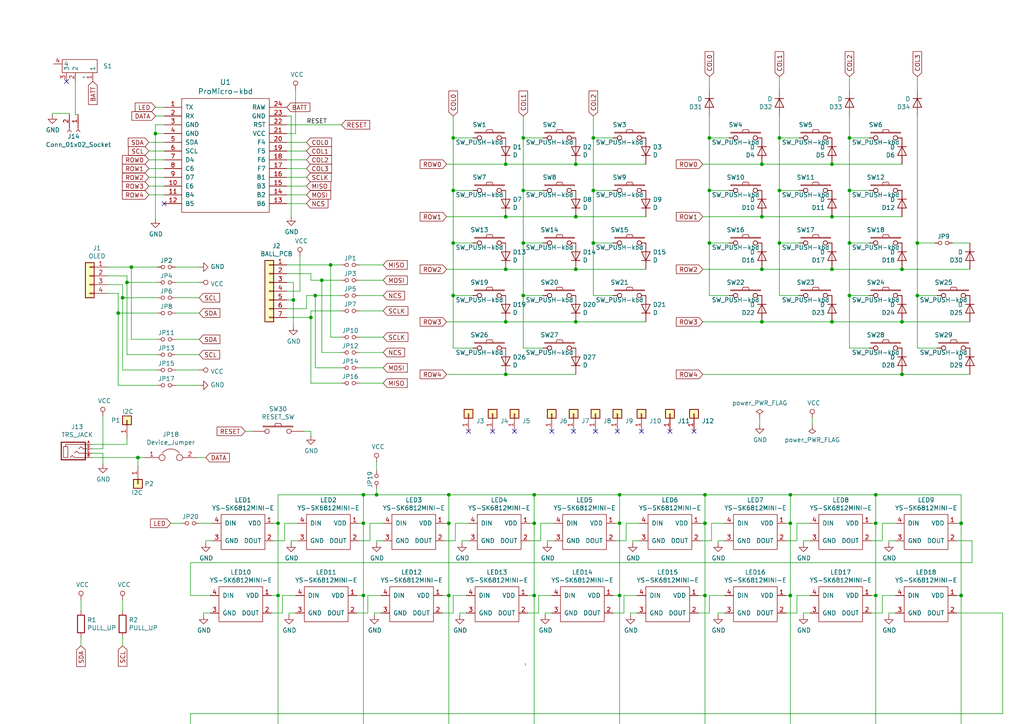
<source format=kicad_sch>
(kicad_sch (version 20231120) (generator "eeschema") (generator_version "8.0")
  (paper "A4")
  (junction (at 90.17 92.075))
  (junction (at 130.175 143.51))
  (junction (at 254 172.72))
  (junction (at 95.885 76.835))
  (junction (at 167.005 47.625))
  (junction (at 131.445 55.245))
  (junction (at 266.065 70.485))
  (junction (at 105.41 151.765))
  (junction (at 154.94 222.885))
  (junction (at 220.98 62.865))
  (junction (at 146.685 47.625))
  (junction (at 204.47 172.72))
  (junction (at 241.3 93.345))
  (junction (at 154.94 172.72))
  (junction (at 130.175 172.72))
  (junction (at 205.74 55.245))
  (junction (at 151.765 40.005))
  (junction (at 266.065 85.725))
  (junction (at 146.685 78.105))
  (junction (at 80.645 222.885))
  (junction (at 204.47 151.765))
  (junction (at 85.09 86.995))
  (junction (at 151.765 85.725))
  (junction (at 241.3 62.865))
  (junction (at 45.085 38.735))
  (junction (at 91.44 85.725))
  (junction (at 179.705 143.51))
  (junction (at 154.94 143.51))
  (junction (at 38.1 77.47))
  (junction (at 167.005 78.105))
  (junction (at 172.085 40.005))
  (junction (at 146.685 62.865))
  (junction (at 246.38 70.485))
  (junction (at 154.94 151.765))
  (junction (at 179.705 172.72))
  (junction (at 130.175 151.765))
  (junction (at 261.62 93.345))
  (junction (at 35.56 86.36))
  (junction (at 146.685 93.345))
  (junction (at 40.005 132.715))
  (junction (at 80.645 151.765))
  (junction (at 105.41 222.885))
  (junction (at 261.62 108.585))
  (junction (at 130.175 222.885))
  (junction (at 241.3 78.105))
  (junction (at 229.235 143.51))
  (junction (at 93.345 81.28))
  (junction (at 204.47 222.885))
  (junction (at 241.3 47.625))
  (junction (at 167.005 93.345))
  (junction (at 220.98 78.105))
  (junction (at 205.74 40.005))
  (junction (at 105.41 143.51))
  (junction (at 105.41 172.72))
  (junction (at 179.705 151.765))
  (junction (at 246.38 85.725))
  (junction (at 205.74 70.485))
  (junction (at 226.06 55.245))
  (junction (at 146.685 108.585))
  (junction (at 226.06 40.005))
  (junction (at 254 151.765))
  (junction (at 278.765 172.72))
  (junction (at 220.98 47.625))
  (junction (at 131.445 40.005))
  (junction (at 172.085 70.485))
  (junction (at 151.765 70.485))
  (junction (at 80.645 172.72))
  (junction (at 34.29 90.805))
  (junction (at 172.085 55.245))
  (junction (at 261.62 78.105))
  (junction (at 36.83 81.915))
  (junction (at 278.765 151.765))
  (junction (at 131.445 85.725))
  (junction (at 179.705 222.885))
  (junction (at 229.235 172.72))
  (junction (at 226.06 70.485))
  (junction (at 229.235 151.765))
  (junction (at 109.22 143.51))
  (junction (at 229.235 222.885))
  (junction (at 254 143.51))
  (junction (at 151.765 55.245))
  (junction (at 246.38 40.005))
  (junction (at 220.98 93.345))
  (junction (at 167.005 62.865))
  (junction (at 204.47 143.51))
  (junction (at 131.445 70.485))
  (junction (at 246.38 55.245))
  (no_connect (at 47.625 59.055))
  (no_connect (at 201.295 125.095))
  (no_connect (at 135.89 125.095))
  (no_connect (at 227.965 257.81))
  (no_connect (at 160.02 125.095))
  (no_connect (at 179.07 125.095))
  (no_connect (at 186.055 125.095))
  (no_connect (at 172.72 125.095))
  (no_connect (at 166.37 125.095))
  (no_connect (at 149.225 125.095))
  (no_connect (at 142.875 125.095))
  (no_connect (at 194.31 125.095))
  (no_connect (at 19.304 23.622))
  (wire (pts (xy 104.14 151.765) (xy 105.41 151.765)))
  (wire (pts (xy 85.09 81.915) (xy 85.09 86.995)))
  (wire (pts (xy 35.56 86.36) (xy 35.56 107.315)))
  (wire (pts (xy 83.185 48.895) (xy 88.9 48.895)))
  (wire (pts (xy 266.065 85.725) (xy 266.065 100.965)))
  (wire (pts (xy 137.16 85.725) (xy 131.445 85.725)))
  (wire (pts (xy 40.005 135.255) (xy 40.005 132.715)))
  (wire (pts (xy 203.835 108.585) (xy 261.62 108.585)))
  (wire (pts (xy 156.21 227.965) (xy 156.21 222.885)))
  (wire (pts (xy 180.975 252.73) (xy 184.785 252.73)))
  (wire (pts (xy 252.73 151.765) (xy 254 151.765)))
  (wire (pts (xy 43.18 48.895) (xy 47.625 48.895)))
  (wire (pts (xy 130.175 143.51) (xy 154.94 143.51)))
  (wire (pts (xy 34.29 111.76) (xy 45.72 111.76)))
  (wire (pts (xy 231.14 172.72) (xy 234.95 172.72)))
  (wire (pts (xy 109.22 141.605) (xy 109.22 143.51)))
  (wire (pts (xy 105.41 222.885) (xy 105.41 252.73)))
  (wire (pts (xy 130.175 172.72) (xy 128.27 172.72)))
  (wire (pts (xy 205.74 252.73) (xy 205.74 257.81)))
  (wire (pts (xy 34.29 85.09) (xy 34.29 90.805)))
  (wire (pts (xy 91.44 85.725) (xy 99.06 85.725)))
  (wire (pts (xy 29.845 131.445) (xy 29.845 134.62)))
  (wire (pts (xy 36.83 81.915) (xy 45.72 81.915)))
  (wire (pts (xy 83.82 257.81) (xy 83.82 258.445)))
  (wire (pts (xy 85.09 86.995) (xy 85.09 94.615)))
  (wire (pts (xy 278.765 222.885) (xy 277.495 222.885)))
  (wire (pts (xy 78.74 172.72) (xy 80.645 172.72)))
  (wire (pts (xy 31.115 80.01) (xy 36.83 80.01)))
  (wire (pts (xy 204.47 222.885) (xy 204.47 252.73)))
  (wire (pts (xy 88.9 56.515) (xy 83.185 56.515)))
  (wire (pts (xy 181.61 156.845) (xy 181.61 151.765)))
  (wire (pts (xy 220.98 47.625) (xy 241.3 47.625)))
  (wire (pts (xy 80.645 172.72) (xy 80.645 222.885)))
  (wire (pts (xy 131.445 40.005) (xy 131.445 55.245)))
  (wire (pts (xy 227.965 177.8) (xy 231.14 177.8)))
  (wire (pts (xy 204.47 143.51) (xy 204.47 151.765)))
  (wire (pts (xy 111.125 90.17) (xy 104.14 90.17)))
  (wire (pts (xy 177.8 55.245) (xy 172.085 55.245)))
  (wire (pts (xy 47.625 43.815) (xy 43.18 43.815)))
  (wire (pts (xy 137.16 70.485) (xy 131.445 70.485)))
  (wire (pts (xy 59.69 156.845) (xy 59.69 157.48)))
  (wire (pts (xy 83.185 43.815) (xy 88.9 43.815)))
  (wire (pts (xy 83.185 46.355) (xy 88.9 46.355)))
  (wire (pts (xy 231.14 156.845) (xy 231.14 151.765)))
  (wire (pts (xy 177.8 85.725) (xy 172.085 85.725)))
  (wire (pts (xy 204.47 252.73) (xy 202.565 252.73)))
  (wire (pts (xy 154.94 151.765) (xy 154.94 172.72)))
  (wire (pts (xy 156.845 156.845) (xy 156.845 151.765)))
  (wire (pts (xy 34.29 90.805) (xy 45.72 90.805)))
  (wire (pts (xy 246.38 22.225) (xy 246.38 26.035)))
  (wire (pts (xy 103.505 252.73) (xy 105.41 252.73)))
  (wire (pts (xy 49.53 151.765) (xy 52.705 151.765)))
  (wire (pts (xy 226.06 22.225) (xy 226.06 26.035)))
  (wire (pts (xy 153.67 156.845) (xy 156.845 156.845)))
  (wire (pts (xy 103.505 257.81) (xy 106.68 257.81)))
  (wire (pts (xy 252.095 55.245) (xy 246.38 55.245)))
  (wire (pts (xy 57.785 151.765) (xy 61.595 151.765)))
  (wire (pts (xy 180.975 227.965) (xy 180.975 222.885)))
  (wire (pts (xy 21.8694 33.2232) (xy 22.6568 33.2232)))
  (wire (pts (xy 146.685 108.585) (xy 167.005 108.585)))
  (wire (pts (xy 83.185 81.915) (xy 85.09 81.915)))
  (wire (pts (xy 172.085 70.485) (xy 172.085 85.725)))
  (wire (pts (xy 255.905 156.845) (xy 255.905 151.765)))
  (wire (pts (xy 210.185 156.845) (xy 208.28 156.845)))
  (wire (pts (xy 90.17 111.125) (xy 99.06 111.125)))
  (wire (pts (xy 95.885 76.835) (xy 95.885 97.79)))
  (wire (pts (xy 83.185 79.375) (xy 90.17 79.375)))
  (wire (pts (xy 108.585 227.965) (xy 108.585 228.6)))
  (wire (pts (xy 26.67 131.445) (xy 29.845 131.445)))
  (wire (pts (xy 60.96 257.81) (xy 59.055 257.81)))
  (wire (pts (xy 156.21 222.885) (xy 160.02 222.885)))
  (wire (pts (xy 21.844 23.622) (xy 21.844 33.1978)))
  (wire (pts (xy 50.8 111.76) (xy 57.785 111.76)))
  (wire (pts (xy 208.28 156.845) (xy 208.28 157.48)))
  (wire (pts (xy 135.255 177.8) (xy 133.35 177.8)))
  (wire (pts (xy 81.915 257.81) (xy 81.915 252.73)))
  (wire (pts (xy 105.41 143.51) (xy 109.22 143.51)))
  (wire (pts (xy 151.765 70.485) (xy 151.765 85.725)))
  (wire (pts (xy 179.705 222.885) (xy 179.705 252.73)))
  (wire (pts (xy 78.74 227.965) (xy 81.915 227.965)))
  (wire (pts (xy 78.74 177.8) (xy 81.915 177.8)))
  (wire (pts (xy 79.375 151.765) (xy 80.645 151.765)))
  (wire (pts (xy 40.005 132.715) (xy 41.91 132.715)))
  (wire (pts (xy 151.765 55.245) (xy 151.765 70.485)))
  (wire (pts (xy 93.345 102.235) (xy 99.06 102.235)))
  (wire (pts (xy 78.74 222.885) (xy 80.645 222.885)))
  (wire (pts (xy 61.595 156.845) (xy 59.69 156.845)))
  (wire (pts (xy 45.085 38.735) (xy 45.085 63.5)))
  (wire (pts (xy 129.54 78.105) (xy 146.685 78.105)))
  (wire (pts (xy 103.505 222.885) (xy 105.41 222.885)))
  (wire (pts (xy 110.49 227.965) (xy 108.585 227.965)))
  (wire (pts (xy 107.315 151.765) (xy 111.125 151.765)))
  (wire (pts (xy 83.185 36.195) (xy 99.06 36.195)))
  (wire (pts (xy 104.14 111.125) (xy 111.125 111.125)))
  (wire (pts (xy 205.74 222.885) (xy 205.74 227.965)))
  (wire (pts (xy 15.1892 32.893) (xy 20.1168 32.893)))
  (wire (pts (xy 156.21 252.73) (xy 160.02 252.73)))
  (wire (pts (xy 210.185 222.885) (xy 205.74 222.885)))
  (wire (pts (xy 20.1168 32.893) (xy 20.1168 33.2232)))
  (wire (pts (xy 184.785 257.81) (xy 182.88 257.81)))
  (wire (pts (xy 130.175 143.51) (xy 130.175 151.765)))
  (wire (pts (xy 130.175 252.73) (xy 128.27 252.73)))
  (wire (pts (xy 252.095 85.725) (xy 246.38 85.725)))
  (wire (pts (xy 257.81 177.8) (xy 257.81 178.435)))
  (wire (pts (xy 177.8 227.965) (xy 180.975 227.965)))
  (wire (pts (xy 178.435 156.845) (xy 181.61 156.845)))
  (wire (pts (xy 110.49 177.8) (xy 108.585 177.8)))
  (wire (pts (xy 45.085 31.115) (xy 47.625 31.115)))
  (wire (pts (xy 135.255 172.72) (xy 131.445 172.72)))
  (wire (pts (xy 88.9 85.725) (xy 91.44 85.725)))
  (wire (pts (xy 229.235 143.51) (xy 254 143.51)))
  (wire (pts (xy 255.905 222.885) (xy 259.715 222.885)))
  (wire (pts (xy 210.185 252.73) (xy 205.74 252.73)))
  (wire (pts (xy 252.095 40.005) (xy 246.38 40.005)))
  (wire (pts (xy 231.14 177.8) (xy 231.14 172.72)))
  (wire (pts (xy 246.38 40.005) (xy 246.38 55.245)))
  (wire (pts (xy 95.885 76.835) (xy 99.06 76.835)))
  (wire (pts (xy 182.88 257.81) (xy 182.88 258.445)))
  (wire (pts (xy 55.245 163.195) (xy 281.94 163.195)))
  (wire (pts (xy 204.47 172.72) (xy 204.47 222.885)))
  (wire (pts (xy 45.085 33.655) (xy 47.625 33.655)))
  (wire (pts (xy 172.085 33.655) (xy 172.085 40.005)))
  (wire (pts (xy 203.835 78.105) (xy 220.98 78.105)))
  (wire (pts (xy 210.185 257.81) (xy 208.28 257.81)))
  (wire (pts (xy 81.915 177.8) (xy 81.915 172.72)))
  (wire (pts (xy 35.56 86.36) (xy 45.72 86.36)))
  (wire (pts (xy 180.975 177.8) (xy 180.975 172.72)))
  (wire (pts (xy 255.905 172.72) (xy 259.715 172.72)))
  (wire (pts (xy 132.08 156.845) (xy 132.08 151.765)))
  (wire (pts (xy 231.14 227.965) (xy 231.14 222.885)))
  (wire (pts (xy 167.005 47.625) (xy 187.325 47.625)))
  (wire (pts (xy 85.725 38.735) (xy 83.185 38.735)))
  (wire (pts (xy 50.8 107.315) (xy 57.785 107.315)))
  (wire (pts (xy 133.35 177.8) (xy 133.35 178.435)))
  (wire (pts (xy 179.705 172.72) (xy 179.705 222.885)))
  (wire (pts (xy 146.685 78.105) (xy 167.005 78.105)))
  (wire (pts (xy 278.765 151.765) (xy 278.765 172.72)))
  (wire (pts (xy 133.985 156.845) (xy 133.985 157.48)))
  (wire (pts (xy 160.02 227.965) (xy 158.115 227.965)))
  (wire (pts (xy 205.74 40.005) (xy 205.74 55.245)))
  (wire (pts (xy 23.495 177.165) (xy 23.495 173.99)))
  (wire (pts (xy 38.1 98.425) (xy 45.72 98.425)))
  (wire (pts (xy 233.045 156.845) (xy 233.045 157.48)))
  (wire (pts (xy 83.185 53.975) (xy 88.9 53.975)))
  (wire (pts (xy 179.705 143.51) (xy 204.47 143.51)))
  (wire (pts (xy 204.47 172.72) (xy 202.565 172.72)))
  (wire (pts (xy 252.73 156.845) (xy 255.905 156.845)))
  (wire (pts (xy 229.235 222.885) (xy 229.235 252.73)))
  (wire (pts (xy 181.61 151.765) (xy 185.42 151.765)))
  (wire (pts (xy 131.445 70.485) (xy 131.445 85.725)))
  (wire (pts (xy 180.975 172.72) (xy 184.785 172.72)))
  (wire (pts (xy 231.775 70.485) (xy 226.06 70.485)))
  (wire (pts (xy 234.95 227.965) (xy 233.045 227.965)))
  (wire (pts (xy 106.68 252.73) (xy 110.49 252.73)))
  (wire (pts (xy 57.785 90.805) (xy 50.8 90.805)))
  (wire (pts (xy 261.62 108.585) (xy 281.305 108.585)))
  (wire (pts (xy 88.9 51.435) (xy 83.185 51.435)))
  (wire (pts (xy 278.765 172.72) (xy 278.765 222.885)))
  (wire (pts (xy 157.48 55.245) (xy 151.765 55.245)))
  (wire (pts (xy 290.83 207.01) (xy 55.245 207.01)))
  (wire (pts (xy 21.8694 33.1978) (xy 21.8694 33.2232)))
  (wire (pts (xy 111.125 156.845) (xy 109.22 156.845)))
  (wire (pts (xy 254 222.885) (xy 252.73 222.885)))
  (wire (pts (xy 129.54 47.625) (xy 146.685 47.625)))
  (wire (pts (xy 233.045 227.965) (xy 233.045 228.6)))
  (wire (pts (xy 290.83 177.8) (xy 290.83 207.01)))
  (wire (pts (xy 278.765 143.51) (xy 278.765 151.765)))
  (wire (pts (xy 227.965 156.845) (xy 231.14 156.845)))
  (wire (pts (xy 36.83 80.01) (xy 36.83 81.915)))
  (wire (pts (xy 220.345 123.19) (xy 220.345 121.285)))
  (wire (pts (xy 226.06 40.005) (xy 226.06 55.245)))
  (wire (pts (xy 210.185 172.72) (xy 205.74 172.72)))
  (wire (pts (xy 146.685 47.625) (xy 167.005 47.625)))
  (wire (pts (xy 154.94 172.72) (xy 154.94 222.885)))
  (wire (pts (xy 178.435 151.765) (xy 179.705 151.765)))
  (wire (pts (xy 90.17 81.28) (xy 93.345 81.28)))
  (wire (pts (xy 103.505 177.8) (xy 106.68 177.8)))
  (wire (pts (xy 234.95 156.845) (xy 233.045 156.845)))
  (wire (pts (xy 177.8 177.8) (xy 180.975 177.8)))
  (wire (pts (xy 172.085 40.005) (xy 172.085 55.245)))
  (wire (pts (xy 55.245 240.665) (xy 55.245 252.73)))
  (wire (pts (xy 177.8 257.81) (xy 180.975 257.81)))
  (wire (pts (xy 231.14 151.765) (xy 234.95 151.765)))
  (wire (pts (xy 40.005 132.715) (xy 26.67 132.715)))
  (wire (pts (xy 146.685 93.345) (xy 167.005 93.345)))
  (wire (pts (xy 227.965 227.965) (xy 231.14 227.965)))
  (wire (pts (xy 229.235 172.72) (xy 229.235 222.885)))
  (wire (pts (xy 47.625 56.515) (xy 43.18 56.515)))
  (wire (pts (xy 108.585 177.8) (xy 108.585 178.435)))
  (wire (pts (xy 104.14 97.79) (xy 111.125 97.79)))
  (wire (pts (xy 233.045 177.8) (xy 233.045 178.435)))
  (wire (pts (xy 131.445 33.655) (xy 131.445 40.005)))
  (wire (pts (xy 90.17 79.375) (xy 90.17 81.28)))
  (wire (pts (xy 255.905 177.8) (xy 255.905 172.72)))
  (wire (pts (xy 130.175 172.72) (xy 130.175 222.885)))
  (wire (pts (xy 131.445 257.81) (xy 128.27 257.81)))
  (wire (pts (xy 93.345 81.28) (xy 93.345 102.235)))
  (wire (pts (xy 153.035 222.885) (xy 154.94 222.885)))
  (wire (pts (xy 50.8 77.47) (xy 57.785 77.47)))
  (wire (pts (xy 111.125 81.28) (xy 104.14 81.28)))
  (wire (pts (xy 29.845 120.65) (xy 29.845 130.175)))
  (wire (pts (xy 81.915 227.965) (xy 81.915 222.885)))
  (wire (pts (xy 204.47 143.51) (xy 229.235 143.51)))
  (wire (pts (xy 220.98 62.865) (xy 241.3 62.865)))
  (wire (pts (xy 83.185 41.275) (xy 88.9 41.275)))
  (wire (pts (xy 131.445 172.72) (xy 131.445 177.8)))
  (wire (pts (xy 259.715 177.8) (xy 257.81 177.8)))
  (wire (pts (xy 36.83 128.905) (xy 36.83 127)))
  (wire (pts (xy 231.775 55.245) (xy 226.06 55.245)))
  (wire (pts (xy 211.455 85.725) (xy 205.74 85.725)))
  (wire (pts (xy 86.995 74.295) (xy 86.995 84.455)))
  (wire (pts (xy 38.1 77.47) (xy 38.1 98.425)))
  (wire (pts (xy 55.245 207.01) (xy 55.245 222.885)))
  (wire (pts (xy 205.74 172.72) (xy 205.74 177.8)))
  (wire (pts (xy 231.14 222.885) (xy 234.95 222.885)))
  (wire (pts (xy 128.905 156.845) (xy 132.08 156.845)))
  (wire (pts (xy 257.81 156.845) (xy 257.81 157.48)))
  (wire (pts (xy 103.505 227.965) (xy 106.68 227.965)))
  (wire (pts (xy 204.47 151.765) (xy 204.47 172.72)))
  (wire (pts (xy 241.3 93.345) (xy 261.62 93.345)))
  (wire (pts (xy 234.95 177.8) (xy 233.045 177.8)))
  (wire (pts (xy 91.44 106.68) (xy 99.06 106.68)))
  (wire (pts (xy 35.56 82.55) (xy 35.56 86.36)))
  (wire (pts (xy 23.495 184.785) (xy 23.495 187.325)))
  (wire (pts (xy 235.585 121.285) (xy 235.585 123.19)))
  (wire (pts (xy 80.645 151.765) (xy 80.645 172.72)))
  (wire (pts (xy 156.21 177.8) (xy 156.21 172.72)))
  (wire (pts (xy 154.94 143.51) (xy 179.705 143.51)))
  (wire (pts (xy 177.8 222.885) (xy 179.705 222.885)))
  (wire (pts (xy 135.255 252.73) (xy 131.445 252.73)))
  (wire (pts (xy 208.28 177.8) (xy 208.28 178.435)))
  (wire (pts (xy 133.35 257.81) (xy 133.35 258.445)))
  (wire (pts (xy 271.145 70.485) (xy 266.065 70.485)))
  (wire (pts (xy 131.445 227.965) (xy 128.27 227.965)))
  (wire (pts (xy 47.625 36.195) (xy 45.085 36.195)))
  (wire (pts (xy 146.685 108.585) (xy 129.54 108.585)))
  (wire (pts (xy 229.235 143.51) (xy 229.235 151.765)))
  (wire (pts (xy 55.245 163.195) (xy 55.245 172.72)))
  (wire (pts (xy 135.255 222.885) (xy 131.445 222.885)))
  (wire (pts (xy 277.495 156.845) (xy 281.94 156.845)))
  (wire (pts (xy 246.38 70.485) (xy 246.38 85.725)))
  (wire (pts (xy 205.74 33.655) (xy 205.74 40.005)))
  (wire (pts (xy 109.22 156.845) (xy 109.22 157.48)))
  (wire (pts (xy 78.74 257.81) (xy 81.915 257.81)))
  (wire (pts (xy 34.29 90.805) (xy 34.29 111.76)))
  (wire (pts (xy 106.68 222.885) (xy 110.49 222.885)))
  (wire (pts (xy 156.845 151.765) (xy 160.655 151.765)))
  (wire (pts (xy 109.22 136.525) (xy 109.22 133.985)))
  (wire (pts (xy 229.235 151.765) (xy 229.235 172.72)))
  (wire (pts (xy 137.16 100.965) (xy 131.445 100.965)))
  (wire (pts (xy 90.17 92.075) (xy 90.17 90.17)))
  (wire (pts (xy 206.375 151.765) (xy 210.185 151.765)))
  (wire (pts (xy 158.75 156.845) (xy 158.75 157.48)))
  (wire (pts (xy 157.48 100.965) (xy 151.765 100.965)))
  (wire (pts (xy 71.12 125.095) (xy 73.025 125.095)))
  (wire (pts (xy 208.28 257.81) (xy 208.28 258.445)))
  (wire (pts (xy 160.02 177.8) (xy 158.115 177.8)))
  (wire (pts (xy 156.21 172.72) (xy 160.02 172.72)))
  (wire (pts (xy 80.645 143.51) (xy 105.41 143.51)))
  (wire (pts (xy 57.785 81.915) (xy 50.8 81.915)))
  (wire (pts (xy 131.445 252.73) (xy 131.445 257.81)))
  (wire (pts (xy 84.455 156.845) (xy 84.455 157.48)))
  (wire (pts (xy 60.96 177.8) (xy 59.055 177.8)))
  (wire (pts (xy 227.965 151.765) (xy 229.235 151.765)))
  (wire (pts (xy 90.17 125.095) (xy 90.17 126.365)))
  (wire (pts (xy 137.16 40.005) (xy 131.445 40.005)))
  (wire (pts (xy 47.625 38.735) (xy 45.085 38.735)))
  (wire (pts (xy 211.455 70.485) (xy 205.74 70.485)))
  (wire (pts (xy 211.455 55.245) (xy 205.74 55.245)))
  (wire (pts (xy 128.905 151.765) (xy 130.175 151.765)))
  (wire (pts (xy 83.185 86.995) (xy 85.09 86.995)))
  (wire (pts (xy 203.2 151.765) (xy 204.47 151.765)))
  (wire (pts (xy 158.115 257.81) (xy 158.115 258.445)))
  (wire (pts (xy 104.14 156.845) (xy 107.315 156.845)))
  (wire (pts (xy 90.17 92.075) (xy 90.17 111.125)))
  (wire (pts (xy 184.785 227.965) (xy 182.88 227.965)))
  (wire (pts (xy 177.8 70.485) (xy 172.085 70.485)))
  (wire (pts (xy 158.115 227.965) (xy 158.115 228.6)))
  (wire (pts (xy 252.095 100.965) (xy 246.38 100.965)))
  (wire (pts (xy 153.035 177.8) (xy 156.21 177.8)))
  (wire (pts (xy 83.82 177.8) (xy 83.82 178.435)))
  (wire (pts (xy 81.915 172.72) (xy 85.725 172.72)))
  (wire (pts (xy 156.21 257.81) (xy 156.21 252.73)))
  (wire (pts (xy 179.705 151.765) (xy 179.705 172.72)))
  (wire (pts (xy 229.235 172.72) (xy 227.965 172.72)))
  (wire (pts (xy 266.065 70.485) (xy 266.065 85.725)))
  (wire (pts (xy 129.54 62.865) (xy 146.685 62.865)))
  (wire (pts (xy 210.185 227.965) (xy 208.28 227.965)))
  (wire (pts (xy 153.67 151.765) (xy 154.94 151.765)))
  (wire (pts (xy 183.515 156.845) (xy 183.515 157.48)))
  (wire (pts (xy 26.67 128.905) (xy 36.83 128.905)))
  (wire (pts (xy 88.265 125.095) (xy 90.17 125.095)))
  (wire (pts (xy 15.1892 33.2994) (xy 15.1892 32.893)))
  (wire (pts (xy 205.74 177.8) (xy 202.565 177.8)))
  (wire (pts (xy 55.245 252.73) (xy 60.96 252.73)))
  (wire (pts (xy 231.775 85.725) (xy 226.06 85.725)))
  (wire (pts (xy 278.765 227.965) (xy 278.765 240.665)))
  (wire (pts (xy 135.255 257.81) (xy 133.35 257.81)))
  (wire (pts (xy 254 172.72) (xy 252.73 172.72)))
  (wire (pts (xy 82.55 151.765) (xy 86.36 151.765)))
  (wire (pts (xy 177.8 252.73) (xy 179.705 252.73)))
  (wire (pts (xy 35.56 107.315) (xy 45.72 107.315)))
  (wire (pts (xy 252.73 177.8) (xy 255.905 177.8)))
  (wire (pts (xy 254 143.51) (xy 278.765 143.51)))
  (wire (pts (xy 111.125 102.235) (xy 104.14 102.235)))
  (wire (pts (xy 85.725 257.81) (xy 83.82 257.81)))
  (wire (pts (xy 35.56 184.785) (xy 35.56 187.325)))
  (wire (pts (xy 153.035 227.965) (xy 156.21 227.965)))
  (wire (pts (xy 266.065 22.225) (xy 266.065 26.035)))
  (wire (pts (xy 50.8 98.425) (xy 57.785 98.425)))
  (wire (pts (xy 31.115 77.47) (xy 38.1 77.47)))
  (wire (pts (xy 278.765 240.665) (xy 55.245 240.665)))
  (wire (pts (xy 154.94 143.51) (xy 154.94 151.765)))
  (wire (pts (xy 131.445 222.885) (xy 131.445 227.965)))
  (wire (pts (xy 255.905 227.965) (xy 255.905 222.885)))
  (wire (pts (xy 105.41 151.765) (xy 105.41 172.72)))
  (wire (pts (xy 246.38 33.655) (xy 246.38 40.005)))
  (wire (pts (xy 129.54 93.345) (xy 146.685 93.345)))
  (wire (pts (xy 109.22 143.51) (xy 130.175 143.51)))
  (wire (pts (xy 157.48 70.485) (xy 151.765 70.485)))
  (wire (pts (xy 108.585 257.81) (xy 108.585 258.445)))
  (wire (pts (xy 88.9 89.535) (xy 83.185 89.535)))
  (wire (pts (xy 131.445 85.725) (xy 131.445 100.965)))
  (wire (pts (xy 83.185 76.835) (xy 95.885 76.835)))
  (wire (pts (xy 135.255 227.965) (xy 133.35 227.965)))
  (wire (pts (xy 146.685 62.865) (xy 167.005 62.865)))
  (wire (pts (xy 246.38 85.725) (xy 246.38 100.965)))
  (wire (pts (xy 177.8 172.72) (xy 179.705 172.72)))
  (wire (pts (xy 254 143.51) (xy 254 151.765)))
  (wire (pts (xy 43.18 41.275) (xy 47.625 41.275)))
  (wire (pts (xy 81.915 252.73) (xy 85.725 252.73)))
  (wire (pts (xy 255.905 151.765) (xy 259.715 151.765)))
  (wire (pts (xy 182.88 177.8) (xy 182.88 178.435)))
  (wire (pts (xy 137.16 55.245) (xy 131.445 55.245)))
  (wire (pts (xy 106.68 227.965) (xy 106.68 222.885)))
  (wire (pts (xy 152.4 272.415) (xy 152.4 273.05)))
  (wire (pts (xy 261.62 93.345) (xy 281.305 93.345)))
  (wire (pts (xy 153.035 252.73) (xy 154.94 252.73)))
  (wire (pts (xy 57.785 102.87) (xy 50.8 102.87)))
  (wire (pts (xy 90.17 90.17) (xy 99.06 90.17)))
  (wire (pts (xy 60.96 227.965) (xy 59.055 227.965)))
  (wire (pts (xy 91.44 85.725) (xy 91.44 106.68)))
  (wire (pts (xy 131.445 55.245) (xy 131.445 70.485)))
  (wire (pts (xy 88.9 85.725) (xy 88.9 89.535)))
  (wire (pts (xy 205.74 257.81) (xy 202.565 257.81)))
  (wire (pts (xy 229.235 252.73) (xy 227.965 252.73)))
  (wire (pts (xy 257.81 227.965) (xy 257.81 228.6)))
  (wire (pts (xy 158.115 177.8) (xy 158.115 178.435)))
  (wire (pts (xy 160.02 257.81) (xy 158.115 257.81)))
  (wire (pts (xy 83.185 59.055) (xy 88.9 59.055)))
  (wire (pts (xy 36.83 102.87) (xy 45.72 102.87)))
  (wire (pts (xy 220.98 93.345) (xy 241.3 93.345)))
  (wire (pts (xy 154.94 222.885) (xy 154.94 252.73)))
  (wire (pts (xy 59.055 177.8) (xy 59.055 178.435)))
  (wire (pts (xy 206.375 156.845) (xy 206.375 151.765)))
  (wire (pts (xy 105.41 172.72) (xy 105.41 222.885)))
  (wire (pts (xy 152.4 242.57) (xy 152.4 243.205)))
  (wire (pts (xy 38.1 77.47) (xy 45.72 77.47)))
  (wire (pts (xy 182.88 227.965) (xy 182.88 228.6)))
  (wire (pts (xy 43.18 46.355) (xy 47.625 46.355)))
  (wire (pts (xy 226.06 33.655) (xy 226.06 40.005)))
  (wire (pts (xy 157.48 85.725) (xy 151.765 85.725)))
  (wire (pts (xy 130.175 222.885) (xy 128.27 222.885)))
  (wire (pts (xy 29.845 130.175) (xy 26.67 130.175)))
  (wire (pts (xy 81.915 222.885) (xy 85.725 222.885)))
  (wire (pts (xy 203.835 62.865) (xy 220.98 62.865)))
  (wire (pts (xy 203.835 47.625) (xy 220.98 47.625)))
  (wire (pts (xy 205.74 70.485) (xy 205.74 85.725)))
  (wire (pts (xy 278.765 172.72) (xy 277.495 172.72)))
  (wire (pts (xy 80.645 143.51) (xy 80.645 151.765)))
  (wire (pts (xy 45.085 36.195) (xy 45.085 38.735)))
  (wire (pts (xy 110.49 257.81) (xy 108.585 257.81)))
  (wire (pts (xy 241.3 47.625) (xy 261.62 47.625)))
  (wire (pts (xy 153.035 257.81) (xy 156.21 257.81)))
  (wire (pts (xy 203.835 93.345) (xy 220.98 93.345)))
  (wire (pts (xy 82.55 156.845) (xy 82.55 151.765)))
  (wire (pts (xy 84.455 33.655) (xy 84.455 62.865)))
  (wire (pts (xy 35.56 177.165) (xy 35.56 173.99)))
  (wire (pts (xy 151.765 85.725) (xy 151.765 100.965)))
  (wire (pts (xy 104.14 85.725) (xy 111.125 85.725)))
  (wire (pts (xy 271.78 100.965) (xy 266.065 100.965)))
  (wire (pts (xy 254 151.765) (xy 254 172.72)))
  (wire (pts (xy 157.48 40.005) (xy 151.765 40.005)))
  (wire (pts (xy 277.495 177.8) (xy 290.83 177.8)))
  (wire (pts (xy 259.715 227.965) (xy 257.81 227.965)))
  (wire (pts (xy 277.495 151.765) (xy 278.765 151.765)))
  (wire (pts (xy 95.885 97.79) (xy 99.06 97.79)))
  (wire (pts (xy 133.35 227.965) (xy 133.35 228.6)))
  (wire (pts (xy 241.3 78.105) (xy 261.62 78.105)))
  (wire (pts (xy 220.98 78.105) (xy 241.3 78.105)))
  (wire (pts (xy 151.765 33.655) (xy 151.765 40.005)))
  (wire (pts (xy 85.725 227.965) (xy 83.82 227.965)))
  (wire (pts (xy 93.345 81.28) (xy 99.06 81.28)))
  (wire (pts (xy 47.625 51.435) (xy 43.18 51.435)))
  (wire (pts (xy 131.445 177.8) (xy 128.27 177.8)))
  (wire (pts (xy 167.005 62.865) (xy 187.325 62.865)))
  (wire (pts (xy 31.115 85.09) (xy 34.29 85.09)))
  (wire (pts (xy 55.245 172.72) (xy 60.96 172.72)))
  (wire (pts (xy 21.844 33.1978) (xy 21.8694 33.1978)))
  (wire (pts (xy 177.8 40.005) (xy 172.085 40.005)))
  (wire (pts (xy 246.38 55.245) (xy 246.38 70.485)))
  (wire (pts (xy 36.83 81.915) (xy 36.83 102.87)))
  (wire (pts (xy 86.995 84.455) (xy 83.185 84.455)))
  (wire (pts (xy 83.82 227.965) (xy 83.82 228.6)))
  (wire (pts (xy 85.725 26.035) (xy 85.725 38.735)))
  (wire (pts (xy 266.065 33.655) (xy 266.065 70.485)))
  (wire (pts (xy 205.74 55.245) (xy 205.74 70.485)))
  (wire (pts (xy 50.8 86.36) (xy 57.785 86.36)))
  (wire (pts (xy 55.245 222.885) (xy 60.96 222.885)))
  (wire (pts (xy 105.41 151.765) (xy 105.41 143.51)))
  (wire (pts (xy 167.005 78.105) (xy 187.325 78.105)))
  (wire (pts (xy 152.4 192.405) (xy 152.4 193.04)))
  (wire (pts (xy 43.18 53.975) (xy 47.625 53.975)))
  (wire (pts (xy 226.06 55.245) (xy 226.06 70.485)))
  (wire (pts (xy 271.78 85.725) (xy 266.065 85.725)))
  (wire (pts (xy 57.15 132.715) (xy 59.69 132.715)))
  (wire (pts (xy 204.47 222.885) (xy 202.565 222.885)))
  (wire (pts (xy 106.68 257.81) (xy 106.68 252.73)))
  (wire (pts (xy 104.14 106.68) (xy 111.125 106.68)))
  (wire (pts (xy 106.68 177.8) (xy 106.68 172.72)))
  (wire (pts (xy 231.775 40.005) (xy 226.06 40.005)))
  (wire (pts (xy 86.36 156.845) (xy 84.455 156.845)))
  (wire (pts (xy 254 172.72) (xy 254 222.885)))
  (wire (pts (xy 153.035 172.72) (xy 154.94 172.72)))
  (wire (pts (xy 59.055 227.965) (xy 59.055 228.6)))
  (wire (pts (xy 179.705 143.51) (xy 179.705 151.765)))
  (wire (pts (xy 85.725 177.8) (xy 83.82 177.8)))
  (wire (pts (xy 180.975 257.81) (xy 180.975 252.73)))
  (wire (pts (xy 130.175 222.885) (xy 130.175 252.73)))
  (wire (pts (xy 130.175 151.765) (xy 130.175 172.72)))
  (wire (pts (xy 261.62 78.105) (xy 281.305 78.105)))
  (wire (pts (xy 59.055 257.81) (xy 59.055 258.445)))
  (wire (pts (xy 180.975 222.885) (xy 184.785 222.885)))
  (wire (pts (xy 132.08 151.765) (xy 135.89 151.765)))
  (wire (pts (xy 172.085 55.245) (xy 172.085 70.485)))
  (wire (pts (xy 277.495 227.965) (xy 278.765 227.965)))
  (wire (pts (xy 31.115 82.55) (xy 35.56 82.55)))
  (wire (pts (xy 104.14 76.835) (xy 111.125 76.835)))
  (wire (pts (xy 103.505 172.72) (xy 105.41 172.72)))
  (wire (pts (xy 252.095 70.485) (xy 246.38 70.485)))
  (wire (pts (xy 211.455 40.005) (xy 205.74 40.005)))
  (wire (pts (xy 259.715 156.845) (xy 257.81 156.845)))
  (wire (pts (xy 151.765 40.005) (xy 151.765 55.245)))
  (wire (pts (xy 252.73 227.965) (xy 255.905 227.965)))
  (wire (pts (xy 167.005 93.345) (xy 187.325 93.345)))
  (wire (pts (xy 79.375 156.845) (xy 82.55 156.845)))
  (wire (pts (xy 83.185 33.655) (xy 84.455 33.655)))
  (wire (pts (xy 276.225 70.485) (xy 281.305 70.485)))
  (wire (pts (xy 80.645 222.885) (xy 80.645 252.73)))
  (wire (pts (xy 210.185 177.8) (xy 208.28 177.8)))
  (wire (pts (xy 205.74 22.225) (xy 205.74 26.035)))
  (wire (pts (xy 208.28 227.965) (xy 208.28 228.6)))
  (wire (pts (xy 241.3 62.865) (xy 261.62 62.865)))
  (wire (pts (xy 203.2 156.845) (xy 206.375 156.845)))
  (wire (pts (xy 135.89 156.845) (xy 133.985 156.845)))
  (wire (pts (xy 281.94 156.845) (xy 281.94 163.195)))
  (wire (pts (xy 83.185 92.075) (xy 90.17 92.075)))
  (wire (pts (xy 107.315 156.845) (xy 107.315 151.765)))
  (wire (pts (xy 229.235 222.885) (xy 227.965 222.885)))
  (wire (pts (xy 160.655 156.845) (xy 158.75 156.845)))
  (wire (pts (xy 205.74 227.965) (xy 202.565 227.965)))
  (wire (pts (xy 185.42 156.845) (xy 183.515 156.845)))
  (wire (pts (xy 226.06 70.485) (xy 226.06 85.725)))
  (wire (pts (xy 184.785 177.8) (xy 182.88 177.8)))
  (wire (pts (xy 78.74 252.73) (xy 80.645 252.73)))
  (wire (pts (xy 106.68 172.72) (xy 110.49 172.72)))
  (label "RESET" (at 88.9 36.195 0))
  (global_label "COL0" (shape input) (at 131.445 33.655 90) (property "Intersheetrefs" "${INTERSHEET_REFS}" (effects (hide yes))))
  (global_label "ROW1" (shape input) (at 43.18 48.895 180) (property "Intersheetrefs" "${INTERSHEET_REFS}" (effects (hide yes))))
  (global_label "COL2" (shape input) (at 172.085 33.655 90) (property "Intersheetrefs" "${INTERSHEET_REFS}" (effects (hide yes))))
  (global_label "RESET" (shape input) (at 99.06 36.195 0) (property "Intersheetrefs" "${INTERSHEET_REFS}" (effects (hide yes))))
  (global_label "SDA" (shape input) (at 57.785 98.425 0) (property "Intersheetrefs" "${INTERSHEET_REFS}" (effects (hide yes))))
  (global_label "SCL" (shape input) (at 43.18 43.815 180) (property "Intersheetrefs" "${INTERSHEET_REFS}" (effects (hide yes))))
  (global_label "SCL" (shape input) (at 35.56 187.325 270) (property "Intersheetrefs" "${INTERSHEET_REFS}" (effects (hide yes))))
  (global_label "ROW4" (shape input) (at 43.18 56.515 180) (property "Intersheetrefs" "${INTERSHEET_REFS}" (effects (hide yes))))
  (global_label "SDA" (shape input) (at 43.18 41.275 180) (property "Intersheetrefs" "${INTERSHEET_REFS}" (effects (hide yes))))
  (global_label "ROW1" (shape input) (at 203.835 62.865 180) (property "Intersheetrefs" "${INTERSHEET_REFS}" (effects (hide yes))))
  (global_label "ROW4" (shape input) (at 129.54 108.585 180) (property "Intersheetrefs" "${INTERSHEET_REFS}" (effects (hide yes))))
  (global_label "NCS" (shape input) (at 111.125 102.235 0) (property "Intersheetrefs" "${INTERSHEET_REFS}" (effects (hide yes))))
  (global_label "ROW2" (shape input) (at 203.835 78.105 180) (property "Intersheetrefs" "${INTERSHEET_REFS}" (effects (hide yes))))
  (global_label "MOSI" (shape input) (at 111.125 81.28 0) (property "Intersheetrefs" "${INTERSHEET_REFS}" (effects (hide yes))))
  (global_label "BATT" (shape input) (at 83.185 31.115 0) (property "Intersheetrefs" "${INTERSHEET_REFS}" (effects (hide yes))))
  (global_label "NCS" (shape input) (at 88.9 59.055 0) (property "Intersheetrefs" "${INTERSHEET_REFS}" (effects (hide yes))))
  (global_label "SCLK" (shape input) (at 111.125 97.79 0) (property "Intersheetrefs" "${INTERSHEET_REFS}" (effects (hide yes))))
  (global_label "RESET" (shape input) (at 71.12 125.095 180) (property "Intersheetrefs" "${INTERSHEET_REFS}" (effects (hide yes))))
  (global_label "LED" (shape input) (at 45.085 31.115 180) (property "Intersheetrefs" "${INTERSHEET_REFS}" (effects (hide yes))))
  (global_label "SCL" (shape input) (at 57.785 86.36 0) (property "Intersheetrefs" "${INTERSHEET_REFS}" (effects (hide yes))))
  (global_label "SCL" (shape input) (at 57.785 102.87 0) (property "Intersheetrefs" "${INTERSHEET_REFS}" (effects (hide yes))))
  (global_label "COL3" (shape input) (at 266.065 22.225 90) (property "Intersheetrefs" "${INTERSHEET_REFS}" (effects (hide yes))))
  (global_label "BATT" (shape input) (at 26.924 23.622 270) (property "Intersheetrefs" "${INTERSHEET_REFS}" (effects (hide yes))))
  (global_label "ROW3" (shape input) (at 43.18 53.975 180) (property "Intersheetrefs" "${INTERSHEET_REFS}" (effects (hide yes))))
  (global_label "COL1" (shape input) (at 226.06 22.225 90) (property "Intersheetrefs" "${INTERSHEET_REFS}" (effects (hide yes))))
  (global_label "COL1" (shape input) (at 151.765 33.655 90) (property "Intersheetrefs" "${INTERSHEET_REFS}" (effects (hide yes))))
  (global_label "MISO" (shape input) (at 88.9 53.975 0) (property "Intersheetrefs" "${INTERSHEET_REFS}" (effects (hide yes))))
  (global_label "ROW1" (shape input) (at 129.54 62.865 180) (property "Intersheetrefs" "${INTERSHEET_REFS}" (effects (hide yes))))
  (global_label "ROW2" (shape input) (at 129.54 78.105 180) (property "Intersheetrefs" "${INTERSHEET_REFS}" (effects (hide yes))))
  (global_label "COL0" (shape input) (at 205.74 22.225 90) (property "Intersheetrefs" "${INTERSHEET_REFS}" (effects (hide yes))))
  (global_label "ROW3" (shape input) (at 203.835 93.345 180) (property "Intersheetrefs" "${INTERSHEET_REFS}" (effects (hide yes))))
  (global_label "MOSI" (shape input) (at 88.9 56.515 0) (property "Intersheetrefs" "${INTERSHEET_REFS}" (effects (hide yes))))
  (global_label "DATA" (shape input) (at 59.69 132.715 0) (property "Intersheetrefs" "${INTERSHEET_REFS}" (effects (hide yes))))
  (global_label "COL0" (shape input) (at 88.9 41.275 0) (property "Intersheetrefs" "${INTERSHEET_REFS}" (effects (hide yes))))
  (global_label "DATA" (shape input) (at 45.085 33.655 180) (property "Intersheetrefs" "${INTERSHEET_REFS}" (effects (hide yes))))
  (global_label "ROW4" (shape input) (at 203.835 108.585 180) (property "Intersheetrefs" "${INTERSHEET_REFS}" (effects (hide yes))))
  (global_label "MISO" (shape input) (at 111.125 76.835 0) (property "Intersheetrefs" "${INTERSHEET_REFS}" (effects (hide yes))))
  (global_label "COL1" (shape input) (at 88.9 43.815 0) (property "Intersheetrefs" "${INTERSHEET_REFS}" (effects (hide yes))))
  (global_label "SCLK" (shape input) (at 111.125 90.17 0) (property "Intersheetrefs" "${INTERSHEET_REFS}" (effects (hide yes))))
  (global_label "COL2" (shape input) (at 88.9 46.355 0) (property "Intersheetrefs" "${INTERSHEET_REFS}" (effects (hide yes))))
  (global_label "ROW3" (shape input) (at 129.54 93.345 180) (property "Intersheetrefs" "${INTERSHEET_REFS}" (effects (hide yes))))
  (global_label "MISO" (shape input) (at 111.125 111.125 0) (property "Intersheetrefs" "${INTERSHEET_REFS}" (effects (hide yes))))
  (global_label "NCS" (shape input) (at 111.125 85.725 0) (property "Intersheetrefs" "${INTERSHEET_REFS}" (effects (hide yes))))
  (global_label "ROW0" (shape input) (at 203.835 47.625 180) (property "Intersheetrefs" "${INTERSHEET_REFS}" (effects (hide yes))))
  (global_label "ROW0" (shape input) (at 129.54 47.625 180) (property "Intersheetrefs" "${INTERSHEET_REFS}" (effects (hide yes))))
  (global_label "COL3" (shape input) (at 88.9 48.895 0) (property "Intersheetrefs" "${INTERSHEET_REFS}" (effects (hide yes))))
  (global_label "COL2" (shape input) (at 246.38 22.225 90) (property "Intersheetrefs" "${INTERSHEET_REFS}" (effects (hide yes))))
  (global_label "SDA" (shape input) (at 23.495 187.325 270) (property "Intersheetrefs" "${INTERSHEET_REFS}" (effects (hide yes))))
  (global_label "SDA" (shape input) (at 57.785 90.805 0) (property "Intersheetrefs" "${INTERSHEET_REFS}" (effects (hide yes))))
  (global_label "ROW2" (shape input) (at 43.18 51.435 180) (property "Intersheetrefs" "${INTERSHEET_REFS}" (effects (hide yes))))
  (global_label "SCLK" (shape input) (at 88.9 51.435 0) (property "Intersheetrefs" "${INTERSHEET_REFS}" (effects (hide yes))))
  (global_label "MOSI" (shape input) (at 111.125 106.68 0) (property "Intersheetrefs" "${INTERSHEET_REFS}" (effects (hide yes))))
  (global_label "ROW0" (shape input) (at 43.18 46.355 180) (property "Intersheetrefs" "${INTERSHEET_REFS}" (effects (hide yes))))
  (global_label "LED" (shape input) (at 49.53 151.765 180) (property "Intersheetrefs" "${INTERSHEET_REFS}" (effects (hide yes))))
  (symbol (lib_id "keyball61_right-rescue:YS-SK6812MINI-E-ball_sensor-cache") (at 70.485 154.305 0) (mirror y) (unit 1)
    (property "Reference" "LED1" (at 70.485 145.034 0))
    (property "Value" "YS-SK6812MINI-E" (at 70.485 147.3454 0))
    (property "Footprint" "keyball_right:YS-SK6812MINI-Keyball-BL" (effects (hide yes)))
  )
  (symbol (lib_id "keyball61_right-rescue:ProMicro-kbd-corne-chocolate-rescue") (at 65.405 50.165 0) (unit 1)
    (property "Reference" "U1" (at 65.405 23.8252 0) (effects (font (size 1.524 1.524))))
    (property "Value" "ProMicro-kbd" (at 65.405 26.5176 0) (effects (font (size 1.524 1.524))))
    (property "Footprint" "keyball_right:ProMicro_v2_for61" (effects (hide yes)))
  )
  (symbol (lib_id "keyball61_right-rescue:kbd_SW_PUSH-corne-chocolate-cache") (at 80.645 125.095 0) (unit 1)
    (property "Reference" "SW30" (at 80.645 118.618 0))
    (property "Value" "RESET_SW" (at 80.645 120.9294 0))
    (property "Footprint" "switch:KEY-TH_TC-3601-5-100G" (effects (hide yes)))
  )
  (symbol (lib_id "keyball61_right-rescue:kbd_MJ-4PP-9-corne-chocolate-cache") (at 21.59 130.81 0) (unit 1)
    (property "Reference" "J13" (at 22.3774 123.7996 0))
    (property "Value" "TRS_JACK" (at 22.3774 126.111 0))
    (property "Footprint" "Lily58-footprint:TRRS_JACK_MJ4PP9" (effects (hide yes)))
  )
  (symbol (lib_id "keyball61_right-rescue:Connector_Generic_Conn_01x01-corne-chocolate-cache") (at 36.83 121.92 90) (unit 1)
    (property "Reference" "P1" (at 34.925 121.92 90) (effects (justify left)))
    (property "Value" "I2C" (at 38.735 119.38 90) (effects (justify left)))
    (property "Footprint" "keyball_right:1pin_conn" (effects (hide yes)))
  )
  (symbol (lib_id "keyball61_right-rescue:Device_Jumper-corne-chocolate-cache") (at 49.53 132.715 0) (unit 1)
    (property "Reference" "JP18" (at 49.53 126.0094 0))
    (property "Value" "Device_Jumper" (at 49.53 128.3208 0))
    (property "Footprint" "keyball_right:JP025" (effects (hide yes)))
  )
  (symbol (lib_id "keyball61_right-rescue:Device_R-corne-chocolate-cache") (at 23.495 180.975 0) (unit 1)
    (property "Reference" "R1" (at 25.273 179.8066 0) (effects (justify left)))
    (property "Value" "PULL_UP" (at 25.273 182.118 0) (effects (justify left)))
    (property "Footprint" "Resistor_SMD:R_0603_1608Metric" (effects (hide yes)))
  )
  (symbol (lib_id "keyball61_right-rescue:Connector_Generic_Conn_01x07-ball_sensor-cache") (at 78.105 84.455 0) (mirror y) (unit 1)
    (property "Reference" "J2" (at 80.1878 71.3232 0))
    (property "Value" "BALL_PCB" (at 80.1878 73.6346 0))
    (property "Footprint" "mylibrary:Mac8_L_7pin_contact" (effects (hide yes)))
  )
  (symbol (lib_id "keyball61_right-rescue:Connector_Generic_Conn_01x04-corne-chocolate-cache") (at 26.035 80.01 0) (mirror y) (unit 1)
    (property "Reference" "J1" (at 28.1178 71.9582 0))
    (property "Value" "OLED" (at 28.1178 74.2696 0))
    (property "Footprint" "keyball_right:OLED" (effects (hide yes)))
  )
  (symbol (lib_id "keyball61_right-rescue:power_GND-ball_sensor-cache") (at 90.17 126.365 0) (unit 1)
    (property "Reference" "#PWR013" (effects (hide yes)))
    (property "Value" "GND" (at 90.297 130.7592 0))
  )
  (symbol (lib_id "keyball61_right-rescue:power_VCC-corne-chocolate-cache") (at 29.845 120.65 0) (unit 1)
    (property "Reference" "#PWR010" (effects (hide yes)))
    (property "Value" "VCC" (at 30.2768 116.2558 0))
  )
  (symbol (lib_id "keyball61_right-rescue:power_GND-ball_sensor-cache") (at 29.845 134.62 0) (unit 1)
    (property "Reference" "#PWR015" (effects (hide yes)))
    (property "Value" "GND" (at 29.972 139.0142 0))
  )
  (symbol (lib_id "keyball61_right-rescue:Connector_Generic_Conn_01x01-corne-chocolate-cache") (at 40.005 140.335 270) (unit 1)
    (property "Reference" "P2" (at 41.91 140.335 90) (effects (justify left)))
    (property "Value" "I2C" (at 38.1 142.875 90) (effects (justify left)))
    (property "Footprint" "keyball_right:1pin_conn" (effects (hide yes)))
  )
  (symbol (lib_id "keyball61_right-rescue:Device_R-corne-chocolate-cache") (at 35.56 180.975 0) (unit 1)
    (property "Reference" "R2" (at 37.338 179.8066 0) (effects (justify left)))
    (property "Value" "PULL_UP" (at 37.338 182.118 0) (effects (justify left)))
    (property "Footprint" "Resistor_SMD:R_0603_1608Metric" (effects (hide yes)))
  )
  (symbol (lib_id "keyball61_right-rescue:Device_Jumper_NO_Small-corne-chocolate-cache") (at 48.26 77.47 0) (unit 1)
    (property "Reference" "JP2" (at 48.26 75.565 0))
    (property "Value" "Device_Jumper_NO_Small" (effects (hide yes)))
    (property "Footprint" "keyball_right:Jumper" (effects (hide yes)))
  )
  (symbol (lib_id "keyball61_right-rescue:Device_Jumper_NO_Small-corne-chocolate-cache") (at 48.26 81.915 0) (unit 1)
    (property "Reference" "JP4" (at 48.26 80.01 0))
    (property "Value" "Device_Jumper_NO_Small" (effects (hide yes)))
    (property "Footprint" "keyball_right:Jumper" (effects (hide yes)))
  )
  (symbol (lib_id "keyball61_right-rescue:Device_Jumper_NO_Small-corne-chocolate-cache") (at 48.26 86.36 0) (unit 1)
    (property "Reference" "JP6" (at 48.26 84.455 0))
    (property "Value" "Device_Jumper_NO_Small" (effects (hide yes)))
    (property "Footprint" "keyball_right:Jumper" (effects (hide yes)))
  )
  (symbol (lib_id "keyball61_right-rescue:Device_Jumper_NO_Small-corne-chocolate-cache") (at 48.26 90.805 0) (unit 1)
    (property "Reference" "JP8" (at 48.26 88.9 0))
    (property "Value" "Device_Jumper_NO_Small" (effects (hide yes)))
    (property "Footprint" "keyball_right:Jumper" (effects (hide yes)))
  )
  (symbol (lib_id "keyball61_right-rescue:Device_Jumper_NO_Small-corne-chocolate-cache") (at 48.26 98.425 0) (unit 1)
    (property "Reference" "JP11" (at 48.26 96.52 0))
    (property "Value" "Device_Jumper_NO_Small" (effects (hide yes)))
    (property "Footprint" "keyball_right:Jumper" (effects (hide yes)))
  )
  (symbol (lib_id "keyball61_right-rescue:Device_Jumper_NO_Small-corne-chocolate-cache") (at 48.26 102.87 0) (unit 1)
    (property "Reference" "JP13" (at 48.26 100.965 0))
    (property "Value" "Device_Jumper_NO_Small" (effects (hide yes)))
    (property "Footprint" "keyball_right:Jumper" (effects (hide yes)))
  )
  (symbol (lib_id "keyball61_right-rescue:Device_Jumper_NO_Small-corne-chocolate-cache") (at 48.26 107.315 0) (unit 1)
    (property "Reference" "JP15" (at 48.26 105.41 0))
    (property "Value" "Device_Jumper_NO_Small" (effects (hide yes)))
    (property "Footprint" "keyball_right:Jumper" (effects (hide yes)))
  )
  (symbol (lib_id "keyball61_right-rescue:Device_Jumper_NO_Small-corne-chocolate-cache") (at 48.26 111.76 0) (unit 1)
    (property "Reference" "JP17" (at 48.26 109.855 0))
    (property "Value" "Device_Jumper_NO_Small" (effects (hide yes)))
    (property "Footprint" "keyball_right:Jumper" (effects (hide yes)))
  )
  (symbol (lib_id "keyball61_right-rescue:power_GND-ball_sensor-cache") (at 57.785 77.47 90) (unit 1)
    (property "Reference" "#PWR05" (effects (hide yes)))
    (property "Value" "GND" (at 61.0362 77.343 90) (effects (justify right)))
  )
  (symbol (lib_id "keyball61_right-rescue:power_GND-ball_sensor-cache") (at 57.785 111.76 90) (unit 1)
    (property "Reference" "#PWR09" (effects (hide yes)))
    (property "Value" "GND" (at 61.0362 111.633 90) (effects (justify right)))
  )
  (symbol (lib_id "keyball61_right-rescue:power_VCC-corne-chocolate-cache") (at 85.725 26.035 0) (unit 1)
    (property "Reference" "#PWR01" (effects (hide yes)))
    (property "Value" "VCC" (at 86.1568 21.6408 0))
  )
  (symbol (lib_id "keyball61_right-rescue:power_GND-ball_sensor-cache") (at 45.085 63.5 0) (unit 1)
    (property "Reference" "#PWR03" (effects (hide yes)))
    (property "Value" "GND" (at 45.212 67.8942 0))
  )
  (symbol (lib_id "keyball61_right-rescue:power_VCC-corne-chocolate-cache") (at 57.785 81.915 270) (unit 1)
    (property "Reference" "#PWR06" (effects (hide yes)))
    (property "Value" "VCC" (at 61.0362 82.3468 90) (effects (justify left)))
  )
  (symbol (lib_id "keyball61_right-rescue:power_VCC-corne-chocolate-cache") (at 57.785 107.315 270) (unit 1)
    (property "Reference" "#PWR08" (effects (hide yes)))
    (property "Value" "VCC" (at 61.0362 107.7468 90) (effects (justify left)))
  )
  (symbol (lib_id "keyball61_right-rescue:Device_Jumper_NO_Small-corne-chocolate-cache") (at 101.6 76.835 0) (unit 1)
    (property "Reference" "JP1" (at 101.6 74.93 0))
    (property "Value" "Device_Jumper_NO_Small" (effects (hide yes)))
    (property "Footprint" "keyball_right:Jumper" (effects (hide yes)))
  )
  (symbol (lib_id "keyball61_right-rescue:Device_Jumper_NO_Small-corne-chocolate-cache") (at 101.6 81.28 0) (unit 1)
    (property "Reference" "JP3" (at 101.6 79.375 0))
    (property "Value" "Device_Jumper_NO_Small" (effects (hide yes)))
    (property "Footprint" "keyball_right:Jumper" (effects (hide yes)))
  )
  (symbol (lib_id "keyball61_right-rescue:Device_Jumper_NO_Small-corne-chocolate-cache") (at 101.6 85.725 0) (unit 1)
    (property "Reference" "JP5" (at 101.6 83.82 0))
    (property "Value" "Device_Jumper_NO_Small" (effects (hide yes)))
    (property "Footprint" "keyball_right:Jumper" (effects (hide yes)))
  )
  (symbol (lib_id "keyball61_right-rescue:Device_Jumper_NO_Small-corne-chocolate-cache") (at 101.6 90.17 0) (unit 1)
    (property "Reference" "JP7" (at 101.6 88.265 0))
    (property "Value" "Device_Jumper_NO_Small" (effects (hide yes)))
    (property "Footprint" "keyball_right:Jumper" (effects (hide yes)))
  )
  (symbol (lib_id "keyball61_right-rescue:Device_Jumper_NO_Small-corne-chocolate-cache") (at 101.6 97.79 0) (unit 1)
    (property "Reference" "JP10" (at 101.6 95.885 0))
    (property "Value" "Device_Jumper_NO_Small" (effects (hide yes)))
    (property "Footprint" "keyball_right:Jumper" (effects (hide yes)))
  )
  (symbol (lib_id "keyball61_right-rescue:Device_Jumper_NO_Small-corne-chocolate-cache") (at 101.6 102.235 0) (unit 1)
    (property "Reference" "JP12" (at 101.6 100.33 0))
    (property "Value" "Device_Jumper_NO_Small" (effects (hide yes)))
    (property "Footprint" "keyball_right:Jumper" (effects (hide yes)))
  )
  (symbol (lib_id "keyball61_right-rescue:Device_Jumper_NO_Small-corne-chocolate-cache") (at 101.6 106.68 0) (unit 1)
    (property "Reference" "JP14" (at 101.6 104.775 0))
    (property "Value" "Device_Jumper_NO_Small" (effects (hide yes)))
    (property "Footprint" "keyball_right:Jumper" (effects (hide yes)))
  )
  (symbol (lib_id "keyball61_right-rescue:Device_Jumper_NO_Small-corne-chocolate-cache") (at 101.6 111.125 0) (unit 1)
    (property "Reference" "JP16" (at 101.6 109.22 0))
    (property "Value" "Device_Jumper_NO_Small" (effects (hide yes)))
    (property "Footprint" "keyball_right:Jumper" (effects (hide yes)))
  )
  (symbol (lib_id "keyball61_right-rescue:power_VCC-corne-chocolate-cache") (at 86.995 74.295 0) (unit 1)
    (property "Reference" "#PWR04" (effects (hide yes)))
    (property "Value" "VCC" (at 87.4268 69.9008 0))
  )
  (symbol (lib_id "keyball61_right-rescue:power_GND-ball_sensor-cache") (at 85.09 94.615 0) (unit 1)
    (property "Reference" "#PWR07" (effects (hide yes)))
    (property "Value" "GND" (at 85.217 99.0092 0))
  )
  (symbol (lib_id "keyball61_right-rescue:SW_PUSH-kbd-corne-chocolate-rescue") (at 213.36 40.005 0) (unit 1)
    (property "Reference" "SW4" (at 213.36 36.195 0))
    (property "Value" "SW_PUSH-kbd" (at 213.36 41.275 0))
    (property "Footprint" "keyball_right:CherryMX_MidHeight_Hotswap" (effects (hide yes)))
  )
  (symbol (lib_id "keyball61_right-rescue:Device_D-corne-chocolate-cache") (at 220.98 43.815 270) (unit 1)
    (property "Reference" "D4" (at 218.9734 44.9834 90) (effects (justify right)))
    (property "Value" "D" (at 218.9734 42.672 90) (effects (justify right)))
    (property "Footprint" "keyball_right:D3_SMD_v2_BOTH" (effects (hide yes)))
  )
  (symbol (lib_id "keyball61_right-rescue:SW_PUSH-kbd-corne-chocolate-rescue") (at 213.36 55.245 0) (unit 1)
    (property "Reference" "SW10" (at 213.36 51.435 0))
    (property "Value" "SW_PUSH-kbd" (at 213.36 56.515 0))
    (property "Footprint" "keyball_right:CherryMX_MidHeight_Hotswap" (effects (hide yes)))
  )
  (symbol (lib_id "keyball61_right-rescue:Device_D-corne-chocolate-cache") (at 220.98 59.055 270) (unit 1)
    (property "Reference" "D10" (at 218.9734 60.2234 90) (effects (justify right)))
    (property "Value" "D" (at 218.9734 57.912 90) (effects (justify right)))
    (property "Footprint" "keyball_right:D3_SMD_v2_BOTH" (effects (hide yes)))
  )
  (symbol (lib_id "keyball61_right-rescue:SW_PUSH-kbd-corne-chocolate-rescue") (at 213.36 70.485 0) (unit 1)
    (property "Reference" "SW16" (at 213.36 66.675 0))
    (property "Value" "SW_PUSH-kbd" (at 213.36 71.755 0))
    (property "Footprint" "keyball_right:CherryMX_MidHeight_Hotswap" (effects (hide yes)))
  )
  (symbol (lib_id "keyball61_right-rescue:Device_D-corne-chocolate-cache") (at 220.98 74.295 270) (unit 1)
    (property "Reference" "D16" (at 218.9734 75.4634 90) (effects (justify right)))
    (property "Value" "D" (at 218.9734 73.152 90) (effects (justify right)))
    (property "Footprint" "keyball_right:D3_SMD_v2_BOTH" (effects (hide yes)))
  )
  (symbol (lib_id "keyball61_right-rescue:SW_PUSH-kbd-corne-chocolate-rescue") (at 213.36 85.725 0) (unit 1)
    (property "Reference" "SW22" (at 213.36 81.915 0))
    (property "Value" "SW_PUSH-kbd" (at 213.36 86.995 0))
    (property "Footprint" "keyball_right:CherryMX_MidHeight_Hotswap" (effects (hide yes)))
  )
  (symbol (lib_id "keyball61_right-rescue:Device_D-corne-chocolate-cache") (at 220.98 89.535 270) (unit 1)
    (property "Reference" "D22" (at 218.9734 90.7034 90) (effects (justify right)))
    (property "Value" "D" (at 218.9734 88.392 90) (effects (justify right)))
    (property "Footprint" "keyball_right:D3_SMD_v2_BOTH" (effects (hide yes)))
  )
  (symbol (lib_id "keyball61_right-rescue:SW_PUSH-kbd-corne-chocolate-rescue") (at 233.68 40.005 0) (unit 1)
    (property "Reference" "SW5" (at 233.68 36.195 0))
    (property "Value" "SW_PUSH-kbd" (at 233.68 41.275 0))
    (property "Footprint" "keyball_right:CherryMX_MidHeight_Hotswap" (effects (hide yes)))
  )
  (symbol (lib_id "keyball61_right-rescue:Device_D-corne-chocolate-cache") (at 241.3 43.815 270) (unit 1)
    (property "Reference" "D5" (at 239.2934 44.9834 90) (effects (justify right)))
    (property "Value" "D" (at 239.2934 42.672 90) (effects (justify right)))
    (property "Footprint" "keyball_right:D3_SMD_v2_BOTH" (effects (hide yes)))
  )
  (symbol (lib_id "keyball61_right-rescue:SW_PUSH-kbd-corne-chocolate-rescue") (at 233.68 55.245 0) (unit 1)
    (property "Reference" "SW11" (at 233.68 51.435 0))
    (property "Value" "SW_PUSH-kbd" (at 233.68 56.515 0))
    (property "Footprint" "keyball_right:CherryMX_MidHeight_Hotswap" (effects (hide yes)))
  )
  (symbol (lib_id "keyball61_right-rescue:Device_D-corne-chocolate-cache") (at 241.3 59.055 270) (unit 1)
    (property "Reference" "D11" (at 239.2934 60.2234 90) (effects (justify right)))
    (property "Value" "D" (at 239.2934 57.912 90) (effects (justify right)))
    (property "Footprint" "keyball_right:D3_SMD_v2_BOTH" (effects (hide yes)))
  )
  (symbol (lib_id "keyball61_right-rescue:SW_PUSH-kbd-corne-chocolate-rescue") (at 233.68 70.485 0) (unit 1)
    (property "Reference" "SW17" (at 233.68 66.675 0))
    (property "Value" "SW_PUSH-kbd" (at 233.68 71.755 0))
    (property "Footprint" "keyball_right:CherryMX_MidHeight_Hotswap" (effects (hide yes)))
  )
  (symbol (lib_id "keyball61_right-rescue:Device_D-corne-chocolate-cache") (at 241.3 74.295 270) (unit 1)
    (property "Reference" "D17" (at 239.2934 75.4634 90) (effects (justify right)))
    (property "Value" "D" (at 239.2934 73.152 90) (effects (justify right)))
    (property "Footprint" "keyball_right:D3_SMD_v2_BOTH" (effects (hide yes)))
  )
  (symbol (lib_id "keyball61_right-rescue:SW_PUSH-kbd-corne-chocolate-rescue") (at 233.68 85.725 0) (unit 1)
    (property "Reference" "SW23" (at 233.68 81.915 0))
    (property "Value" "SW_PUSH-kbd" (at 233.68 86.995 0))
    (property "Footprint" "keyball_right:CherryMX_MidHeight_Hotswap" (effects (hide yes)))
  )
  (symbol (lib_id "keyball61_right-rescue:Device_D-corne-chocolate-cache") (at 241.3 89.535 270) (unit 1)
    (property "Reference" "D23" (at 239.2934 90.7034 90) (effects (justify right)))
    (property "Value" "D" (at 239.2934 88.392 90) (effects (justify right)))
    (property "Footprint" "keyball_right:D3_SMD_v2_BOTH" (effects (hide yes)))
  )
  (symbol (lib_id "keyball61_right-rescue:SW_PUSH-kbd-corne-chocolate-rescue") (at 254 40.005 0) (unit 1)
    (property "Reference" "SW6" (at 254 36.195 0))
    (property "Value" "SW_PUSH-kbd" (at 254 41.275 0))
    (property "Footprint" "keyball_right:CherryMX_MidHeight_Hotswap" (effects (hide yes)))
  )
  (symbol (lib_id "keyball61_right-rescue:Device_D-corne-chocolate-cache") (at 261.62 43.815 270) (unit 1)
    (property "Reference" "D6" (at 259.6134 44.9834 90) (effects (justify right)))
    (property "Value" "D" (at 259.6134 42.672 90) (effects (justify right)))
    (property "Footprint" "keyball_right:D3_SMD_v2_BOTH" (effects (hide yes)))
  )
  (symbol (lib_id "keyball61_right-rescue:SW_PUSH-kbd-corne-chocolate-rescue") (at 254 55.245 0) (unit 1)
    (property "Reference" "SW12" (at 254 51.435 0))
    (property "Value" "SW_PUSH-kbd" (at 254 56.515 0))
    (property "Footprint" "keyball_right:CherryMX_MidHeight_Hotswap" (effects (hide yes)))
  )
  (symbol (lib_id "keyball61_right-rescue:Device_D-corne-chocolate-cache") (at 261.62 59.055 270) (unit 1)
    (property "Reference" "D12" (at 259.6134 60.2234 90) (effects (justify right)))
    (property "Value" "D" (at 259.6134 57.912 90) (effects (justify right)))
    (property "Footprint" "keyball_right:D3_SMD_v2_BOTH" (effects (hide yes)))
  )
  (symbol (lib_id "keyball61_right-rescue:SW_PUSH-kbd-corne-chocolate-rescue") (at 254 70.485 0) (unit 1)
    (property "Reference" "SW18" (at 254 66.675 0))
    (property "Value" "SW_PUSH-kbd" (at 254 71.755 0))
    (property "Footprint" "keyball_right:CherryMX_MidHeight_Hotswap" (effects (hide yes)))
  )
  (symbol (lib_id "keyball61_right-rescue:Device_D-corne-chocolate-cache") (at 261.62 74.295 270) (unit 1)
    (property "Reference" "D18" (at 259.6134 75.4634 90) (effects (justify right)))
    (property "Value" "D" (at 259.6134 73.152 90) (effects (justify right)))
    (property "Footprint" "keyball_right:D3_SMD_v2_BOTH" (effects (hide yes)))
  )
  (symbol (lib_id "keyball61_right-rescue:Device_D-corne-chocolate-cache") (at 261.62 89.535 270) (unit 1)
    (property "Reference" "D24" (at 259.6134 90.7034 90) (effects (justify right)))
    (property "Value" "D" (at 259.6134 88.392 90) (effects (justify right)))
    (property "Footprint" "keyball_right:D3_SMD_v2_BOTH" (effects (hide yes)))
  )
  (symbol (lib_id "keyball61_right-rescue:YS-SK6812MINI-E-ball_sensor-cache") (at 95.25 154.305 0) (mirror y) (unit 1)
    (property "Reference" "LED2" (at 95.25 145.034 0))
    (property "Value" "YS-SK6812MINI-E" (at 95.25 147.3454 0))
    (property "Footprint" "keyball_right:YS-SK6812MINI-Keyball-BL" (effects (hide yes)))
  )
  (symbol (lib_id "keyball61_right-rescue:power_GND-ball_sensor-cache") (at 59.69 157.48 0) (unit 1)
    (property "Reference" "#PWR016" (effects (hide yes)))
    (property "Value" "GND" (at 59.817 161.8742 0))
  )
  (symbol (lib_id "keyball61_right-rescue:power_GND-ball_sensor-cache") (at 84.455 157.48 0) (unit 1)
    (property "Reference" "#PWR017" (effects (hide yes)))
    (property "Value" "GND" (at 84.582 161.8742 0))
  )
  (symbol (lib_id "keyball61_right-rescue:power_VCC-corne-chocolate-cache") (at 109.22 133.985 0) (unit 1)
    (property "Reference" "#PWR014" (effects (hide yes)))
    (property "Value" "VCC" (at 109.6518 129.5908 0))
  )
  (symbol (lib_id "keyball61_right-rescue:YS-SK6812MINI-E-ball_sensor-cache") (at 120.015 154.305 0) (mirror y) (unit 1)
    (property "Reference" "LED3" (at 120.015 145.034 0))
    (property "Value" "YS-SK6812MINI-E" (at 120.015 147.3454 0))
    (property "Footprint" "keyball_right:YS-SK6812MINI-Keyball-BL" (effects (hide yes)))
  )
  (symbol (lib_id "keyball61_right-rescue:power_GND-ball_sensor-cache") (at 109.22 157.48 0) (unit 1)
    (property "Reference" "#PWR018" (effects (hide yes)))
    (property "Value" "GND" (at 109.347 161.8742 0))
  )
  (symbol (lib_id "keyball61_right-rescue:YS-SK6812MINI-E-ball_sensor-cache") (at 144.78 154.305 0) (mirror y) (unit 1)
    (property "Reference" "LED4" (at 144.78 145.034 0))
    (property "Value" "YS-SK6812MINI-E" (at 144.78 147.3454 0))
    (property "Footprint" "keyball_right:YS-SK6812MINI-Keyball-BL" (effects (hide yes)))
  )
  (symbol (lib_id "keyball61_right-rescue:power_GND-ball_sensor-cache") (at 133.985 157.48 0) (unit 1)
    (property "Reference" "#PWR019" (effects (hide yes)))
    (property "Value" "GND" (at 134.112 161.8742 0))
  )
  (symbol (lib_id "keyball61_right-rescue:YS-SK6812MINI-E-ball_sensor-cache") (at 169.545 154.305 0) (mirror y) (unit 1)
    (property "Reference" "LED5" (at 169.545 145.034 0))
    (property "Value" "YS-SK6812MINI-E" (at 169.545 147.3454 0))
    (property "Footprint" "keyball_right:YS-SK6812MINI-Keyball-BL" (effects (hide yes)))
  )
  (symbol (lib_id "keyball61_right-rescue:power_GND-ball_sensor-cache") (at 158.75 157.48 0) (unit 1)
    (property "Reference" "#PWR020" (effects (hide yes)))
    (property "Value" "GND" (at 158.877 161.8742 0))
  )
  (symbol (lib_id "keyball61_right-rescue:YS-SK6812MINI-E-ball_sensor-cache") (at 194.31 154.305 0) (mirror y) (unit 1)
    (property "Reference" "LED6" (at 194.31 145.034 0))
    (property "Value" "YS-SK6812MINI-E" (at 194.31 147.3454 0))
    (property "Footprint" "keyball_right:YS-SK6812MINI-Keyball-BL" (effects (hide yes)))
  )
  (symbol (lib_id "keyball61_right-rescue:power_GND-ball_sensor-cache") (at 183.515 157.48 0) (unit 1)
    (property "Reference" "#PWR021" (effects (hide yes)))
    (property "Value" "GND" (at 183.642 161.8742 0))
  )
  (symbol (lib_id "keyball61_right-rescue:YS-SK6812MINI-E-ball_sensor-cache") (at 219.075 154.305 0) (mirror y) (unit 1)
    (property "Reference" "LED7" (at 219.075 145.034 0))
    (property "Value" "YS-SK6812MINI-E" (at 219.075 147.3454 0))
    (property "Footprint" "keyball_right:YS-SK6812MINI-Keyball-BL" (effects (hide yes)))
  )
  (symbol (lib_id "keyball61_right-rescue:power_GND-ball_sensor-cache") (at 208.28 157.48 0) (unit 1)
    (property "Reference" "#PWR022" (effects (hide yes)))
    (property "Value" "GND" (at 208.407 161.8742 0))
  )
  (symbol (lib_id "keyball61_right-rescue:YS-SK6812MINI-E-ball_sensor-cache") (at 69.85 175.26 0) (mirror y) (unit 1)
    (property "Reference" "LED10" (at 69.85 165.989 0))
    (property "Value" "YS-SK6812MINI-E" (at 69.85 168.3004 0))
    (property "Footprint" "keyball_right:YS-SK6812MINI-Keyball-TL" (effects (hide yes)))
  )
  (symbol (lib_id "keyball61_right-rescue:YS-SK6812MINI-E-ball_sensor-cache") (at 94.615 175.26 0) (mirror y) (unit 1)
    (property "Reference" "LED11" (at 94.615 165.989 0))
    (property "Value" "YS-SK6812MINI-E" (at 94.615 168.3004 0))
    (property "Footprint" "keyball_right:YS-SK6812MINI-Keyball-TL" (effects (hide yes)))
  )
  (symbol (lib_id "keyball61_right-rescue:power_GND-ball_sensor-cache") (at 59.055 178.435 0) (unit 1)
    (property "Reference" "#PWR027" (effects (hide yes)))
    (property "Value" "GND" (at 59.182 182.8292 0))
  )
  (symbol (lib_id "keyball61_right-rescue:power_GND-ball_sensor-cache") (at 83.82 178.435 0) (unit 1)
    (property "Reference" "#PWR028" (effects (hide yes)))
    (property "Value" "GND" (at 83.947 182.8292 0))
  )
  (symbol (lib_id "keyball61_right-rescue:YS-SK6812MINI-E-ball_sensor-cache") (at 119.38 175.26 0) (mirror y) (unit 1)
    (property "Reference" "LED12" (at 119.38 165.989 0))
    (property "Value" "YS-SK6812MINI-E" (at 119.38 168.3004 0))
    (property "Footprint" "keyball_right:YS-SK6812MINI-Keyball-TL" (effects (hide yes)))
  )
  (symbol (lib_id "keyball61_right-rescue:power_GND-ball_sensor-cache") (at 108.585 178.435 0) (unit 1)
    (property "Reference" "#PWR029" (effects (hide yes)))
    (property "Value" "GND" (at 108.712 182.8292 0))
  )
  (symbol (lib_id "keyball61_right-rescue:power_GND-ball_sensor-cache") (at 84.455 62.865 0) (unit 1)
    (property "Reference" "#PWR02" (effects (hide yes)))
    (property "Value" "GND" (at 84.582 67.2592 0))
  )
  (symbol (lib_id "keyball61_right-rescue:Conn_01x01-Connector_Generic-corne-chocolate-rescue") (at 135.89 120.015 90) (unit 1)
    (property "Reference" "J3" (at 138.1252 122.0978 90) (effects (justify right)))
    (property "Value" "Conn_01x01-Connector_Generic" (effects (hide yes)))
    (property "Footprint" "MountingHole:MountingHole_2.2mm_M2_Pad" (effects (hide yes)))
  )
  (symbol (lib_id "keyball61_right-rescue:Conn_01x01-Connector_Generic-corne-chocolate-rescue") (at 160.02 120.015 90) (unit 1)
    (property "Reference" "J6" (at 162.2552 122.0978 90) (effects (justify right)))
    (property "Value" "Conn_01x01-Connector_Generic" (effects (hide yes)))
    (property "Footprint" "MountingHole:MountingHole_4.3mm_M4" (effects (hide yes)))
  )
  (symbol (lib_id "keyball61_right-rescue:Conn_01x01-Connector_Generic-corne-chocolate-rescue") (at 142.875 120.015 90) (unit 1)
    (property "Reference" "J4" (at 145.1102 122.0978 90) (effects (justify right)))
    (property "Value" "Conn_01x01-Connector_Generic" (effects (hide yes)))
    (property "Footprint" "MountingHole:MountingHole_2.2mm_M2_Pad" (effects (hide yes)))
  )
  (symbol (lib_id "keyball61_right-rescue:Conn_01x01-Connector_Generic-corne-chocolate-rescue") (at 149.225 120.015 90) (unit 1)
    (property "Reference" "J5" (at 151.4602 122.0978 90) (effects (justify right)))
    (property "Value" "Conn_01x01-Connector_Generic" (effects (hide yes)))
    (property "Footprint" "MountingHole:MountingHole_4.3mm_M4" (effects (hide yes)))
  )
  (symbol (lib_id "keyball61_right-rescue:Conn_01x01-Connector_Generic-corne-chocolate-rescue") (at 166.37 120.015 90) (unit 1)
    (property "Reference" "J7" (at 168.6052 122.0978 90) (effects (justify right)))
    (property "Value" "Conn_01x01-Connector_Generic" (effects (hide yes)))
    (property "Footprint" "MountingHole:MountingHole_4.3mm_M4" (effects (hide yes)))
  )
  (symbol (lib_id "keyball61_right-rescue:Conn_01x01-Connector_Generic-corne-chocolate-rescue") (at 172.72 120.015 90) (unit 1)
    (property "Reference" "J8" (at 174.9552 122.0978 90) (effects (justify right)))
    (property "Value" "Conn_01x01-Connector_Generic" (effects (hide yes)))
    (property "Footprint" "MountingHole:MountingHole_4.3mm_M4" (effects (hide yes)))
  )
  (symbol (lib_id "keyball61_right-rescue:Conn_01x01-Connector_Generic-corne-chocolate-rescue") (at 179.07 120.015 90) (unit 1)
    (property "Reference" "J9" (at 181.3052 122.0978 90) (effects (justify right)))
    (property "Value" "Conn_01x01-Connector_Generic" (effects (hide yes)))
    (property "Footprint" "MountingHole:MountingHole_4.3mm_M4" (effects (hide yes)))
  )
  (symbol (lib_id "keyball61_right-rescue:Conn_01x01-Connector_Generic-corne-chocolate-rescue") (at 186.055 120.015 90) (unit 1)
    (property "Reference" "J10" (at 188.2902 122.0978 90) (effects (justify right)))
    (property "Value" "Conn_01x01-Connector_Generic" (effects (hide yes)))
    (property "Footprint" "MountingHole:MountingHole_4.3mm_M4" (effects (hide yes)))
  )
  (symbol (lib_id "keyball61_right-rescue:power_PWR_FLAG-corne-chocolate-cache") (at 220.345 121.285 0) (unit 1)
    (property "Reference" "#FLG01" (effects (hide yes)))
    (property "Value" "power_PWR_FLAG" (at 220.345 116.8908 0))
  )
  (symbol (lib_id "keyball61_right-rescue:power_GND-corne-chocolate-cache") (at 220.345 123.19 0) (unit 1)
    (property "Reference" "#PWR012" (effects (hide yes)))
    (property "Value" "GND" (at 220.472 127.5842 0))
  )
  (symbol (lib_id "keyball61_right-rescue:power_PWR_FLAG-corne-chocolate-cache") (at 235.585 123.19 180) (unit 1)
    (property "Reference" "#FLG02" (effects (hide yes)))
    (property "Value" "power_PWR_FLAG" (at 235.585 127.5842 0))
  )
  (symbol (lib_id "keyball61_right-rescue:power_VCC-corne-chocolate-cache") (at 235.585 121.285 0) (unit 1)
    (property "Reference" "#PWR011" (effects (hide yes)))
    (property "Value" "VCC" (at 236.0168 116.8908 0))
  )
  (symbol (lib_id "keyball61_right-rescue:power_VCC-corne-chocolate-cache") (at 23.495 173.99 0) (unit 1)
    (property "Reference" "#PWR025" (effects (hide yes)))
    (property "Value" "VCC" (at 23.9268 169.5958 0))
  )
  (symbol (lib_id "keyball61_right-rescue:power_VCC-corne-chocolate-cache") (at 35.56 173.99 0) (unit 1)
    (property "Reference" "#PWR026" (effects (hide yes)))
    (property "Value" "VCC" (at 35.9918 169.5958 0))
  )
  (symbol (lib_id "keyball61_right-rescue:YS-SK6812MINI-E-ball_sensor-cache") (at 243.84 154.305 0) (mirror y) (unit 1)
    (property "Reference" "LED8" (at 243.84 145.034 0))
    (property "Value" "YS-SK6812MINI-E" (at 243.84 147.3454 0))
    (property "Footprint" "keyball_right:YS-SK6812MINI-Keyball-TL" (effects (hide yes)))
  )
  (symbol (lib_id "keyball61_right-rescue:power_GND-ball_sensor-cache") (at 233.045 157.48 0) (unit 1)
    (property "Reference" "#PWR023" (effects (hide yes)))
    (property "Value" "GND" (at 233.172 161.8742 0))
  )
  (symbol (lib_id "keyball61_right-rescue:YS-SK6812MINI-E-ball_sensor-cache") (at 268.605 154.305 0) (mirror y) (unit 1)
    (property "Reference" "LED9" (at 268.605 145.034 0))
    (property "Value" "YS-SK6812MINI-E" (at 268.605 147.3454 0))
    (property "Footprint" "keyball_right:YS-SK6812MINI-Keyball-TL" (effects (hide yes)))
  )
  (symbol (lib_id "keyball61_right-rescue:power_GND-ball_sensor-cache") (at 257.81 157.48 0) (unit 1)
    (property "Reference" "#PWR024" (effects (hide yes)))
    (property "Value" "GND" (at 257.937 161.8742 0))
  )
  (symbol (lib_id "keyball61_right-rescue:power_GND-ball_sensor-cache") (at 182.88 178.435 0) (unit 1)
    (property "Reference" "#PWR032" (effects (hide yes)))
    (property "Value" "GND" (at 183.007 182.8292 0))
  )
  (symbol (lib_id "keyball61_right-rescue:YS-SK6812MINI-E-ball_sensor-cache") (at 193.675 175.26 0) (mirror y) (unit 1)
    (property "Reference" "LED15" (at 193.675 165.989 0))
    (property "Value" "YS-SK6812MINI-E" (at 193.675 168.3004 0))
    (property "Footprint" "keyball_right:YS-SK6812MINI-Keyball-TL" (effects (hide yes)))
  )
  (symbol (lib_id "keyball61_right-rescue:power_GND-ball_sensor-cache") (at 158.115 178.435 0) (unit 1)
    (property "Reference" "#PWR031" (effects (hide yes)))
    (property "Value" "GND" (at 158.242 182.8292 0))
  )
  (symbol (lib_id "keyball61_right-rescue:power_GND-ball_sensor-cache") (at 133.35 178.435 0) (unit 1)
    (property "Reference" "#PWR030" (effects (hide yes)))
    (property "Value" "GND" (at 133.477 182.8292 0))
  )
  (symbol (lib_id "keyball61_right-rescue:YS-SK6812MINI-E-ball_sensor-cache") (at 168.91 175.26 0) (mirror y) (unit 1)
    (property "Reference" "LED14" (at 168.91 165.989 0))
    (property "Value" "YS-SK6812MINI-E" (at 168.91 168.3004 0))
    (property "Footprint" "keyball_right:YS-SK6812MINI-Keyball-TL" (effects (hide yes)))
  )
  (symbol (lib_id "keyball61_right-rescue:YS-SK6812MINI-E-ball_sensor-cache") (at 144.145 175.26 0) (mirror y) (unit 1)
    (property "Reference" "LED13" (at 144.145 165.989 0))
    (property "Value" "YS-SK6812MINI-E" (at 144.145 168.3004 0))
    (property "Footprint" "keyball_right:YS-SK6812MINI-Keyball-TL" (effects (hide yes)))
  )
  (symbol (lib_id "keyball61_right-rescue:power_GND-ball_sensor-cache") (at 257.81 178.435 0) (unit 1)
    (property "Reference" "#PWR035" (effects (hide yes)))
    (property "Value" "GND" (at 257.937 182.8292 0))
  )
  (symbol (lib_id "keyball61_right-rescue:YS-SK6812MINI-E-ball_sensor-cache") (at 268.605 175.26 0) (mirror y) (unit 1)
    (property "Reference" "LED18" (at 268.605 165.989 0))
    (property "Value" "YS-SK6812MINI-E" (at 268.605 168.3004 0))
    (property "Footprint" "keyball_right:YS-SK6812MINI-Keyball-TL" (effects (hide yes)))
  )
  (symbol (lib_id "keyball61_right-rescue:power_GND-ball_sensor-cache") (at 233.045 178.435 0) (unit 1)
    (property "Reference" "#PWR034" (effects (hide yes)))
    (property "Value" "GND" (at 233.172 182.8292 0))
  )
  (symbol (lib_id "keyball61_right-rescue:power_GND-ball_sensor-cache") (at 208.28 178.435 0) (unit 1)
    (property "Reference" "#PWR033" (effects (hide yes)))
    (property "Value" "GND" (at 208.407 182.8292 0))
  )
  (symbol (lib_id "keyball61_right-rescue:YS-SK6812MINI-E-ball_sensor-cache") (at 243.84 175.26 0) (mirror y) (unit 1)
    (property "Reference" "LED17" (at 243.84 165.989 0))
    (property "Value" "YS-SK6812MINI-E" (at 243.84 168.3004 0))
    (property "Footprint" "keyball_right:YS-SK6812MINI-Keyball-TL" (effects (hide yes)))
  )
  (symbol (lib_id "keyball61_right-rescue:YS-SK6812MINI-E-ball_sensor-cache") (at 219.075 175.26 0) (mirror y) (unit 1)
    (property "Reference" "LED16" (at 219.075 165.989 0))
    (property "Value" "YS-SK6812MINI-E" (at 219.075 168.3004 0))
    (property "Footprint" "keyball_right:YS-SK6812MINI-Keyball-TL" (effects (hide yes)))
  )
  (symbol (lib_id "keyball61_right-rescue:Device_Jumper_NO_Small-corne-chocolate-cache") (at 273.685 70.485 0) (unit 1)
    (property "Reference" "JP9" (at 273.685 68.58 0))
    (property "Value" "Device_Jumper_NO_Small" (effects (hide yes)))
    (property "Footprint" "keyball_right:Jumper" (effects (hide yes)))
  )
  (symbol (lib_id "keyball61_right-rescue:Device_D-corne-chocolate-cache") (at 281.305 74.295 270) (unit 1)
    (property "Reference" "D30" (at 279.2984 75.4634 90) (effects (justify right)))
    (property "Value" "D" (at 279.2984 73.152 90) (effects (justify right)))
    (property "Footprint" "keyball_right:D3_SMD_v2_BOTH" (effects (hide yes)))
  )
  (symbol (lib_id "keyball61_right-rescue:Device_D-corne-chocolate-cache") (at 281.305 104.775 270) (unit 1)
    (property "Reference" "D29" (at 279.2984 105.9434 90) (effects (justify right)))
    (property "Value" "D" (at 279.2984 103.632 90) (effects (justify right)))
    (property "Footprint" "keyball_right:D3_SMD_v2_BOTH" (effects (hide yes)))
  )
  (symbol (lib_id "keyball61_right-rescue:SW_PUSH-kbd-corne-chocolate-rescue") (at 273.685 100.965 0) (unit 1)
    (property "Reference" "SW29" (at 273.685 97.155 0))
    (property "Value" "SW_PUSH-kbd" (at 273.685 102.235 0))
    (property "Footprint" "keyball_right:MX&Choc_V1_V2_Hotswap_BOTH" (effects (hide yes)))
  )
  (symbol (lib_id "keyball61_right-rescue:Device_D-corne-chocolate-cache") (at 261.62 104.775 270) (unit 1)
    (property "Reference" "D28" (at 259.6134 105.9434 90) (effects (justify right)))
    (property "Value" "D" (at 259.6134 103.632 90) (effects (justify right)))
    (property "Footprint" "keyball_right:D3_SMD_v2_BOTH" (effects (hide yes)))
  )
  (symbol (lib_id "keyball61_right-rescue:SW_PUSH-kbd-corne-chocolate-rescue") (at 254 100.965 0) (unit 1)
    (property "Reference" "SW28" (at 254 97.155 0))
    (property "Value" "SW_PUSH-kbd" (at 254 102.235 0))
    (property "Footprint" "keyball_right:MX&Choc_V1_V2_Hotswap_BOTH" (effects (hide yes)))
  )
  (symbol (lib_id "keyball61_right-rescue:Device_Jumper_NO_Small-corne-chocolate-cache") (at 55.245 151.765 0) (unit 1)
    (property "Reference" "JP20" (at 55.245 149.86 0))
    (property "Value" "Device_Jumper_NO_Small" (effects (hide yes)))
    (property "Footprint" "keyball_right:JP025" (effects (hide yes)))
  )
  (symbol (lib_id "keyball61_right-rescue:power_GND-ball_sensor-cache") (at 108.585 228.6 0) (unit 1)
    (property "Reference" "#PWR038" (effects (hide yes)))
    (property "Value" "GND" (at 108.712 232.9942 0))
  )
  (symbol (lib_id "keyball61_right-rescue:YS-SK6812MINI-E-ball_sensor-cache") (at 119.38 225.425 0) (mirror y) (unit 1)
    (property "Reference" "LED21" (at 119.38 216.154 0))
    (property "Value" "YS-SK6812MINI-E" (at 119.38 218.4654 0))
    (property "Footprint" "keyball_right:YS-SK6812MINI-Keyball-TL" (effects (hide yes)))
  )
  (symbol (lib_id "keyball61_right-rescue:power_GND-ball_sensor-cache") (at 83.82 228.6 0) (unit 1)
    (property "Reference" "#PWR037" (effects (hide yes)))
    (property "Value" "GND" (at 83.947 232.9942 0))
  )
  (symbol (lib_id "keyball61_right-rescue:power_GND-ball_sensor-cache") (at 59.055 228.6 0) (unit 1)
    (property "Reference" "#PWR036" (effects (hide yes)))
    (property "Value" "GND" (at 59.182 232.9942 0))
  )
  (symbol (lib_id "keyball61_right-rescue:YS-SK6812MINI-E-ball_sensor-cache") (at 94.615 225.425 0) (mirror y) (unit 1)
    (property "Reference" "LED20" (at 94.615 216.154 0))
    (property "Value" "YS-SK6812MINI-E" (at 94.615 218.4654 0))
    (property "Footprint" "keyball_right:YS-SK6812MINI-Keyball-TL" (effects (hide yes)))
  )
  (symbol (lib_id "keyball61_right-rescue:YS-SK6812MINI-E-ball_sensor-cache") (at 69.85 225.425 0) (mirror y) (unit 1)
    (property "Reference" "LED19" (at 69.85 216.154 0))
    (property "Value" "YS-SK6812MINI-E" (at 69.85 218.4654 0))
    (property "Footprint" "keyball_right:YS-SK6812MINI-Keyball-TL" (effects (hide yes)))
  )
  (symbol (lib_id "keyball61_right-rescue:power_GND-ball_sensor-cache") (at 182.88 228.6 0) (unit 1)
    (property "Reference" "#PWR041" (effects (hide yes)))
    (property "Value" "GND" (at 183.007 232.9942 0))
  )
  (symbol (lib_id "keyball61_right-rescue:YS-SK6812MINI-E-ball_sensor-cache") (at 193.675 225.425 0) (mirror y) (unit 1)
    (property "Reference" "LED24" (at 193.675 216.154 0))
    (property "Value" "YS-SK6812MINI-E" (at 193.675 218.4654 0))
    (property "Footprint" "keyball_right:YS-SK6812MINI-Keyball-TL" (effects (hide yes)))
  )
  (symbol (lib_id "keyball61_right-rescue:power_GND-ball_sensor-cache") (at 158.115 228.6 0) (unit 1)
    (property "Reference" "#PWR040" (effects (hide yes)))
    (property "Value" "GND" (at 158.242 232.9942 0))
  )
  (symbol (lib_id "keyball61_right-rescue:power_GND-ball_sensor-cache") (at 133.35 228.6 0) (unit 1)
    (property "Reference" "#PWR039" (effects (hide yes)))
    (property "Value" "GND" (at 133.477 232.9942 0))
  )
  (symbol (lib_id "keyball61_right-rescue:YS-SK6812MINI-E-ball_sensor-cache") (at 168.91 225.425 0) (mirror y) (unit 1)
    (property "Reference" "LED23" (at 168.91 216.154 0))
    (property "Value" "YS-SK6812MINI-E" (at 168.91 218.4654 0))
    (property "Footprint" "keyball_right:YS-SK6812MINI-Keyball-TL" (effects (hide yes)))
  )
  (symbol (lib_id "keyball61_right-rescue:YS-SK6812MINI-E-ball_sensor-cache") (at 144.145 225.425 0) (mirror y) (unit 1)
    (property "Reference" "LED22" (at 144.145 216.154 0))
    (property "Value" "YS-SK6812MINI-E" (at 144.145 218.4654 0))
    (property "Footprint" "keyball_right:YS-SK6812MINI-Keyball-TL" (effects (hide yes)))
  )
  (symbol (lib_id "keyball61_right-rescue:power_GND-ball_sensor-cache") (at 257.81 228.6 0) (unit 1)
    (property "Reference" "#PWR044" (effects (hide yes)))
    (property "Value" "GND" (at 257.937 232.9942 0))
  )
  (symbol (lib_id "keyball61_right-rescue:YS-SK6812MINI-E-ball_sensor-cache") (at 268.605 225.425 0) (mirror y) (unit 1)
    (property "Reference" "LED27" (at 268.605 216.154 0))
    (property "Value" "YS-SK6812MINI-E" (at 268.605 218.4654 0))
    (property "Footprint" "keyball_right:YS-SK6812MINI-Keyball-TL" (effects (hide yes)))
  )
  (symbol (lib_id "keyball61_right-rescue:power_GND-ball_sensor-cache") (at 233.045 228.6 0) (unit 1)
    (property "Reference" "#PWR043" (effects (hide yes)))
    (property "Value" "GND" (at 233.172 232.9942 0))
  )
  (symbol (lib_id "keyball61_right-rescue:power_GND-ball_sensor-cache") (at 208.28 228.6 0) (unit 1)
    (property "Reference" "#PWR042" (effects (hide yes)))
    (property "Value" "GND" (at 208.407 232.9942 0))
  )
  (symbol (lib_id "keyball61_right-rescue:YS-SK6812MINI-E-ball_sensor-cache") (at 243.84 225.425 0) (mirror y) (unit 1)
    (property "Reference" "LED26" (at 243.84 216.154 0))
    (property "Value" "YS-SK6812MINI-E" (at 243.84 218.4654 0))
    (property "Footprint" "keyball_right:YS-SK6812MINI-Keyball-TL" (effects (hide yes)))
  )
  (symbol (lib_id "keyball61_right-rescue:YS-SK6812MINI-E-ball_sensor-cache") (at 219.075 225.425 0) (mirror y) (unit 1)
    (property "Reference" "LED25" (at 219.075 216.154 0))
    (property "Value" "YS-SK6812MINI-E" (at 219.075 218.4654 0))
    (property "Footprint" "keyball_right:YS-SK6812MINI-Keyball-TL" (effects (hide yes)))
  )
  (symbol (lib_id "keyball61_right-rescue:SW_PUSH-kbd-corne-chocolate-rescue") (at 254 85.725 0) (unit 1)
    (property "Reference" "SW24" (at 254 81.915 0))
    (property "Value" "SW_PUSH-kbd" (at 254 86.995 0))
    (property "Footprint" "keyball_right:CherryMX_MidHeight_Hotswap" (effects (hide yes)))
  )
  (symbol (lib_id "keyball61_right-rescue:Device_Jumper_NO_Small-corne-chocolate-cache") (at 109.22 139.065 90) (unit 1)
    (property "Reference" "JP19" (at 107.315 139.065 0))
    (property "Value" "Device_Jumper_NO_Small" (effects (hide yes)))
    (property "Footprint" "keyball_right:JP06" (effects (hide yes)))
  )
  (symbol (lib_id "keyball61_right-rescue:SW_PUSH-kbd-corne-chocolate-rescue") (at 139.065 40.005 0) (unit 1)
    (property "Reference" "SW1" (at 139.065 36.195 0))
    (property "Value" "SW_PUSH-kbd" (at 139.065 41.275 0))
    (property "Footprint" "keyball_right:CherryMX_MidHeight_Hotswap" (effects (hide yes)))
  )
  (symbol (lib_id "keyball61_right-rescue:Device_D-corne-chocolate-cache") (at 146.685 43.815 90) (unit 1)
    (property "Reference" "D1" (at 148.6916 42.6466 90) (effects (justify right)))
    (property "Value" "D" (at 148.6916 44.958 90) (effects (justify right)))
    (property "Footprint" "keyball_right:D3_SMD_v2_BOTH" (effects (hide yes)))
  )
  (symbol (lib_id "keyball61_right-rescue:SW_PUSH-kbd-corne-chocolate-rescue") (at 139.065 55.245 0) (unit 1)
    (property "Reference" "SW7" (at 139.065 51.435 0))
    (property "Value" "SW_PUSH-kbd" (at 139.065 56.515 0))
    (property "Footprint" "keyball_right:CherryMX_MidHeight_Hotswap" (effects (hide yes)))
  )
  (symbol (lib_id "keyball61_right-rescue:Device_D-corne-chocolate-cache") (at 146.685 59.055 90) (unit 1)
    (property "Reference" "D7" (at 148.6916 57.8866 90) (effects (justify right)))
    (property "Value" "D" (at 148.6916 60.198 90) (effects (justify right)))
    (property "Footprint" "keyball_right:D3_SMD_v2_BOTH" (effects (hide yes)))
  )
  (symbol (lib_id "keyball61_right-rescue:SW_PUSH-kbd-corne-chocolate-rescue") (at 139.065 70.485 0) (unit 1)
    (property "Reference" "SW13" (at 139.065 66.675 0))
    (property "Value" "SW_PUSH-kbd" (at 139.065 71.755 0))
    (property "Footprint" "keyball_right:CherryMX_MidHeight_Hotswap" (effects (hide yes)))
  )
  (symbol (lib_id "keyball61_right-rescue:Device_D-corne-chocolate-cache") (at 146.685 74.295 90) (unit 1)
    (property "Reference" "D13" (at 148.6916 73.1266 90) (effects (justify right)))
    (property "Value" "D" (at 148.6916 75.438 90) (effects (justify right)))
    (property "Footprint" "keyball_right:D3_SMD_v2_BOTH" (effects (hide yes)))
  )
  (symbol (lib_id "keyball61_right-rescue:SW_PUSH-kbd-corne-chocolate-rescue") (at 159.385 40.005 0) (unit 1)
    (property "Reference" "SW2" (at 159.385 36.195 0))
    (property "Value" "SW_PUSH-kbd" (at 159.385 41.275 0))
    (property "Footprint" "keyball_right:CherryMX_MidHeight_Hotswap" (effects (hide yes)))
  )
  (symbol (lib_id "keyball61_right-rescue:Device_D-corne-chocolate-cache") (at 167.005 43.815 90) (unit 1)
    (property "Reference" "D2" (at 169.0116 42.6466 90) (effects (justify right)))
    (property "Value" "D" (at 169.0116 44.958 90) (effects (justify right)))
    (property "Footprint" "keyball_right:D3_SMD_v2_BOTH" (effects (hide yes)))
  )
  (symbol (lib_id "keyball61_right-rescue:SW_PUSH-kbd-corne-chocolate-rescue") (at 159.385 55.245 0) (unit 1)
    (property "Reference" "SW8" (at 159.385 51.435 0))
    (property "Value" "SW_PUSH-kbd" (at 159.385 56.515 0))
    (property "Footprint" "keyball_right:CherryMX_MidHeight_Hotswap" (effects (hide yes)))
  )
  (symbol (lib_id "keyball61_right-rescue:Device_D-corne-chocolate-cache") (at 167.005 59.055 90) (unit 1)
    (property "Reference" "D8" (at 169.0116 57.8866 90) (effects (justify right)))
    (property "Value" "D" (at 169.0116 60.198 90) (effects (justify right)))
    (property "Footprint" "keyball_right:D3_SMD_v2_BOTH" (effects (hide yes)))
  )
  (symbol (lib_id "keyball61_right-rescue:SW_PUSH-kbd-corne-chocolate-rescue") (at 159.385 70.485 0) (unit 1)
    (property "Reference" "SW14" (at 159.385 66.675 0))
    (property "Value" "SW_PUSH-kbd" (at 159.385 71.755 0))
    (property "Footprint" "keyball_right:CherryMX_MidHeight_Hotswap" (effects (hide yes)))
  )
  (symbol (lib_id "keyball61_right-rescue:Device_D-corne-chocolate-cache") (at 167.005 74.295 90) (unit 1)
    (property "Reference" "D14" (at 169.0116 73.1266 90) (effects (justify right)))
    (property "Value" "D" (at 169.0116 75.438 90) (effects (justify right)))
    (property "Footprint" "keyball_right:D3_SMD_v2_BOTH" (effects (hide yes)))
  )
  (symbol (lib_id "keyball61_right-rescue:SW_PUSH-kbd-corne-chocolate-rescue") (at 179.705 40.005 0) (unit 1)
    (property "Reference" "SW3" (at 179.705 36.195 0))
    (property "Value" "SW_PUSH-kbd" (at 179.705 41.275 0))
    (property "Footprint" "keyball_right:CherryMX_MidHeight_Hotswap" (effects (hide yes)))
  )
  (symbol (lib_id "keyball61_right-rescue:Device_D-corne-chocolate-cache") (at 187.325 43.815 90) (unit 1)
    (property "Reference" "D3" (at 189.3316 42.6466 90) (effects (justify right)))
    (property "Value" "D" (at 189.3316 44.958 90) (effects (justify right)))
    (property "Footprint" "keyball_right:D3_SMD_v2_BOTH" (effects (hide yes)))
  )
  (symbol (lib_id "keyball61_right-rescue:SW_PUSH-kbd-corne-chocolate-rescue") (at 179.705 55.245 0) (unit 1)
    (property "Reference" "SW9" (at 179.705 51.435 0))
    (property "Value" "SW_PUSH-kbd" (at 179.705 56.515 0))
    (property "Footprint" "keyball_right:CherryMX_MidHeight_Hotswap" (effects (hide yes)))
  )
  (symbol (lib_id "keyball61_right-rescue:Device_D-corne-chocolate-cache") (at 187.325 59.055 90) (unit 1)
    (property "Reference" "D9" (at 189.3316 57.8866 90) (effects (justify right)))
    (property "Value" "D" (at 189.3316 60.198 90) (effects (justify right)))
    (property "Footprint" "keyball_right:D3_SMD_v2_BOTH" (effects (hide yes)))
  )
  (symbol (lib_id "keyball61_right-rescue:SW_PUSH-kbd-corne-chocolate-rescue") (at 179.705 70.485 0) (unit 1)
    (property "Reference" "SW15" (at 179.705 66.675 0))
    (property "Value" "SW_PUSH-kbd" (at 179.705 71.755 0))
    (property "Footprint" "keyball_right:CherryMX_MidHeight_Hotswap" (effects (hide yes)))
  )
  (symbol (lib_id "keyball61_right-rescue:Device_D-corne-chocolate-cache") (at 187.325 74.295 90) (unit 1)
    (property "Reference" "D15" (at 189.3316 73.1266 90) (effects (justify right)))
    (property "Value" "D" (at 189.3316 75.438 90) (effects (justify right)))
    (property "Footprint" "keyball_right:D3_SMD_v2_BOTH" (effects (hide yes)))
  )
  (symbol (lib_id "keyball61_right-rescue:Device_D-corne-chocolate-cache") (at 187.325 89.535 90) (unit 1)
    (property "Reference" "D21" (at 189.3316 88.3666 90) (effects (justify right)))
    (property "Value" "D" (at 189.3316 90.678 90) (effects (justify right)))
    (property "Footprint" "keyball_right:D3_SMD_v2_BOTH" (effects (hide yes)))
  )
  (symbol (lib_id "keyball61_right-rescue:Device_D-corne-chocolate-cache") (at 167.005 89.535 90) (unit 1)
    (property "Reference" "D20" (at 169.0116 88.3666 90) (effects (justify right)))
    (property "Value" "D" (at 169.0116 90.678 90) (effects (justify right)))
    (property "Footprint" "keyball_right:D3_SMD_v2_BOTH" (effects (hide yes)))
  )
  (symbol (lib_id "keyball61_right-rescue:SW_PUSH-kbd-corne-chocolate-rescue") (at 159.385 85.725 0) (unit 1)
    (property "Reference" "SW20" (at 159.385 81.915 0))
    (property "Value" "SW_PUSH-kbd" (at 159.385 86.995 0))
    (property "Footprint" "keyball_right:CherryMX_MidHeight_Hotswap" (effects (hide yes)))
  )
  (symbol (lib_id "keyball61_right-rescue:Device_D-corne-chocolate-cache") (at 146.685 89.535 90) (unit 1)
    (property "Reference" "D19" (at 148.6916 88.3666 90) (effects (justify right)))
    (property "Value" "D" (at 148.6916 90.678 90) (effects (justify right)))
    (property "Footprint" "keyball_right:D3_SMD_v2_BOTH" (effects (hide yes)))
  )
  (symbol (lib_id "keyball61_right-rescue:SW_PUSH-kbd-corne-chocolate-rescue") (at 139.065 85.725 0) (unit 1)
    (property "Reference" "SW19" (at 139.065 81.915 0))
    (property "Value" "SW_PUSH-kbd" (at 139.065 86.995 0))
    (property "Footprint" "keyball_right:CherryMX_MidHeight_Hotswap" (effects (hide yes)))
  )
  (symbol (lib_id "keyball61_right-rescue:Device_D-corne-chocolate-cache") (at 167.005 104.775 90) (unit 1)
    (property "Reference" "D27" (at 169.0116 103.6066 90) (effects (justify right)))
    (property "Value" "D" (at 169.0116 105.918 90) (effects (justify right)))
    (property "Footprint" "keyball_right:D3_SMD_v2_BOTH" (effects (hide yes)))
  )
  (symbol (lib_id "keyball61_right-rescue:SW_PUSH-kbd-corne-chocolate-rescue") (at 159.385 100.965 0) (unit 1)
    (property "Reference" "SW27" (at 159.385 97.155 0))
    (property "Value" "SW_PUSH-kbd" (at 159.385 102.235 0))
    (property "Footprint" "keyball_right:CherryMX_MidHeight_Hotswap" (effects (hide yes)))
  )
  (symbol (lib_id "keyball61_right-rescue:Device_D-corne-chocolate-cache") (at 146.685 104.775 90) (unit 1)
    (property "Reference" "D26" (at 148.6916 103.6066 90) (effects (justify right)))
    (property "Value" "D" (at 148.6916 105.918 90) (effects (justify right)))
    (property "Footprint" "keyball_right:D3_SMD_v2_BOTH" (effects (hide yes)))
  )
  (symbol (lib_id "keyball61_right-rescue:SW_PUSH-kbd-corne-chocolate-rescue") (at 139.065 100.965 0) (unit 1)
    (property "Reference" "SW26" (at 139.065 97.155 0))
    (property "Value" "SW_PUSH-kbd" (at 139.065 102.235 0))
    (property "Footprint" "keyball_right:CherryMX_MidHeight_Hotswap" (effects (hide yes)))
  )
  (symbol (lib_id "keyball61_right-rescue:SW_PUSH-kbd-corne-chocolate-rescue") (at 179.705 85.725 0) (unit 1)
    (property "Reference" "SW21" (at 179.705 81.915 0))
    (property "Value" "SW_PUSH-kbd" (at 179.705 86.995 0))
    (property "Footprint" "keyball_right:CherryMX_MidHeight_Hotswap" (effects (hide yes)))
  )
  (symbol (lib_id "keyball61_right-rescue:power_GND-ball_sensor-cache") (at 108.585 258.445 0) (unit 1)
    (property "Reference" "#PWR047" (effects (hide yes)))
    (property "Value" "GND" (at 108.712 262.8392 0))
  )
  (symbol (lib_id "keyball61_right-rescue:YS-SK6812MINI-E-ball_sensor-cache") (at 119.38 255.27 0) (mirror y) (unit 1)
    (property "Reference" "LED30" (at 119.38 245.999 0))
    (property "Value" "YS-SK6812MINI-E" (at 119.38 248.3104 0))
    (property "Footprint" "keyball_right:YS-SK6812MINI-Keyball-TL" (effects (hide yes)))
  )
  (symbol (lib_id "keyball61_right-rescue:power_GND-ball_sensor-cache") (at 83.82 258.445 0) (unit 1)
    (property "Reference" "#PWR046" (effects (hide yes)))
    (property "Value" "GND" (at 83.947 262.8392 0))
  )
  (symbol (lib_id "keyball61_right-rescue:power_GND-ball_sensor-cache") (at 59.055 258.445 0) (unit 1)
    (property "Reference" "#PWR045" (effects (hide yes)))
    (property "Value" "GND" (at 59.182 262.8392 0))
  )
  (symbol (lib_id "keyball61_right-rescue:YS-SK6812MINI-E-ball_sensor-cache") (at 94.615 255.27 0) (mirror y) (unit 1)
    (property "Reference" "LED29" (at 94.615 245.999 0))
    (property "Value" "YS-SK6812MINI-E" (at 94.615 248.3104 0))
    (property "Footprint" "keyball_right:YS-SK6812MINI-Keyball-TL" (effects (hide yes)))
  )
  (symbol (lib_id "keyball61_right-rescue:YS-SK6812MINI-E-ball_sensor-cache") (at 69.85 255.27 0) (mirror y) (unit 1)
    (property "Reference" "LED28" (at 69.85 245.999 0))
    (property "Value" "YS-SK6812MINI-E" (at 69.85 248.3104 0))
    (property "Footprint" "keyball_right:YS-SK6812MINI-Keyball-TL" (effects (hide yes)))
  )
  (symbol (lib_id "keyball61_right-rescue:power_GND-ball_sensor-cache") (at 182.88 258.445 0) (unit 1)
    (property "Reference" "#PWR050" (effects (hide yes)))
    (property "Value" "GND" (at 183.007 262.8392 0))
  )
  (symbol (lib_id "keyball61_right-rescue:YS-SK6812MINI-E-ball_sensor-cache") (at 193.675 255.27 0) (mirror y) (unit 1)
    (property "Reference" "LED33" (at 193.675 245.999 0))
    (property "Value" "YS-SK6812MINI-E" (at 193.675 248.3104 0))
    (property "Footprint" "keyball_right:YS-SK6812MINI-Keyball-TL" (effects (hide yes)))
  )
  (symbol (lib_id "keyball61_right-rescue:power_GND-ball_sensor-cache") (at 158.115 258.445 0) (unit 1)
    (property "Reference" "#PWR049" (effects (hide yes)))
    (property "Value" "GND" (at 158.242 262.8392 0))
  )
  (symbol (lib_id "keyball61_right-rescue:power_GND-ball_sensor-cache") (at 133.35 258.445 0) (unit 1)
    (property "Reference" "#PWR048" (effects (hide yes)))
    (property "Value" "GND" (at 133.477 262.8392 0))
  )
  (symbol (lib_id "keyball61_right-rescue:YS-SK6812MINI-E-ball_sensor-cache") (at 168.91 255.27 0) (mirror y) (unit 1)
    (property "Reference" "LED32" (at 168.91 245.999 0))
    (property "Value" "YS-SK6812MINI-E" (at 168.91 248.3104 0))
    (property "Footprint" "keyball_right:YS-SK6812MINI-Keyball-TL" (effects (hide yes)))
  )
  (symbol (lib_id "keyball61_right-rescue:YS-SK6812MINI-E-ball_sensor-cache") (at 144.145 255.27 0) (mirror y) (unit 1)
    (property "Reference" "LED31" (at 144.145 245.999 0))
    (property "Value" "YS-SK6812MINI-E" (at 144.145 248.3104 0))
    (property "Footprint" "keyball_right:YS-SK6812MINI-Keyball-TL" (effects (hide yes)))
  )
  (symbol (lib_id "keyball61_right-rescue:power_GND-ball_sensor-cache") (at 208.28 258.445 0) (unit 1)
    (property "Reference" "#PWR051" (effects (hide yes)))
    (property "Value" "GND" (at 208.407 262.8392 0))
  )
  (symbol (lib_id "keyball61_right-rescue:YS-SK6812MINI-E-ball_sensor-cache") (at 219.075 255.27 0) (mirror y) (unit 1)
    (property "Reference" "LED34" (at 219.075 245.999 0))
    (property "Value" "YS-SK6812MINI-E" (at 219.075 248.3104 0))
    (property "Footprint" "keyball_right:YS-SK6812MINI-Keyball-TL" (effects (hide yes)))
  )
  (symbol (lib_id "keyball61_right-rescue:Conn_01x01-Connector_Generic-corne-chocolate-rescue") (at 194.31 120.015 90) (unit 1)
    (property "Reference" "J11" (at 196.5452 122.0978 90) (effects (justify right)))
    (property "Value" "Conn_01x01-Connector_Generic" (effects (hide yes)))
    (property "Footprint" "MountingHole:MountingHole_4.3mm_M4" (effects (hide yes)))
  )
  (symbol (lib_id "keyball61_right-rescue:Conn_01x01-Connector_Generic-corne-chocolate-rescue") (at 201.295 120.015 90) (unit 1)
    (property "Reference" "J12" (at 203.5302 122.0978 90) (effects (justify right)))
    (property "Value" "Conn_01x01-Connector_Generic" (effects (hide yes)))
    (property "Footprint" "MountingHole:MountingHole_4.3mm_M4" (effects (hide yes)))
  )
  (symbol (lib_id "keyball61_right-rescue:Device_D-corne-chocolate-cache") (at 281.305 89.535 270) (unit 1)
    (property "Reference" "D25" (at 279.2984 90.7034 90) (effects (justify right)))
    (property "Value" "D" (at 279.2984 88.392 90) (effects (justify right)))
    (property "Footprint" "keyball_right:D3_SMD_v2_BOTH" (effects (hide yes)))
  )
  (symbol (lib_id "keyball61_right-rescue:SW_PUSH-kbd-corne-chocolate-rescue") (at 273.685 85.725 0) (unit 1)
    (property "Reference" "SW25" (at 273.685 81.915 0))
    (property "Value" "SW_PUSH-kbd" (at 273.685 86.995 0))
    (property "Footprint" "keyball_right:CherryMX_MidHeight_Hotswap" (effects (hide yes)))
  )
  (symbol (lib_id "keyball61_right-rescue:Device_D-corne-chocolate-cache") (at 205.74 29.845 270) (unit 1)
    (property "Reference" "D31" (at 203.7334 31.0134 90) (effects (justify right)))
    (property "Value" "D" (at 203.7334 28.702 90) (effects (justify right)))
    (property "Footprint" "keyball_right:D3_SMD_v2_BOTH" (effects (hide yes)))
  )
  (symbol (lib_id "keyball61_right-rescue:Device_D-corne-chocolate-cache") (at 226.06 29.845 270) (unit 1)
    (property "Reference" "D32" (at 224.0534 31.0134 90) (effects (justify right)))
    (property "Value" "D" (at 224.0534 28.702 90) (effects (justify right)))
    (property "Footprint" "keyball_right:D3_SMD_v2_BOTH" (effects (hide yes)))
  )
  (symbol (lib_id "keyball61_right-rescue:Device_D-corne-chocolate-cache") (at 246.38 29.845 270) (unit 1)
    (property "Reference" "D33" (at 244.3734 31.0134 90) (effects (justify right)))
    (property "Value" "D" (at 244.3734 28.702 90) (effects (justify right)))
    (property "Footprint" "keyball_right:D3_SMD_v2_BOTH" (effects (hide yes)))
  )
  (symbol (lib_id "keyball61_right-rescue:Device_D-corne-chocolate-cache") (at 266.065 29.845 270) (unit 1)
    (property "Reference" "D34" (at 264.0584 31.0134 90) (effects (justify right)))
    (property "Value" "D" (at 264.0584 28.702 90) (effects (justify right)))
    (property "Footprint" "keyball_right:D3_SMD_v2_BOTH" (effects (hide yes)))
  )
  (symbol (lib_id "Connector:Conn_01x02_Socket") (at 22.6568 38.3032 270) (unit 1)
    (property "Reference" "J14" (at 19.558 39.5732 90) (effects (justify left)))
    (property "Value" "Conn_01x02_Socket" (at 13.2334 41.9608 90) (effects (justify left)))
    (property "Footprint" "Connector_PinHeader_2.54mm:PinHeader_1x02_P2.54mm_Vertical" (effects (hide yes)))
  )
  (symbol (lib_id "Switch:HX_MSK12C02-HB") (at 24.384 22.352 180) (unit 1)
    (property "Reference" "S1" (at 29.9212 19.177 0) (effects (justify right)))
    (property "Value" "~" (at 24.384 22.352 0))
    (property "Footprint" "switch:SW-TH_SK12D07VG5" (effects (hide yes)))
  )
  (symbol (lib_id "keyball61_right-rescue:power_GND-ball_sensor-cache") (at 15.1892 33.2994 0) (unit 1)
    (property "Reference" "#PWR052" (effects (hide yes)))
    (property "Value" "GND" (at 15.3162 37.6936 0))
  )
)
</source>
